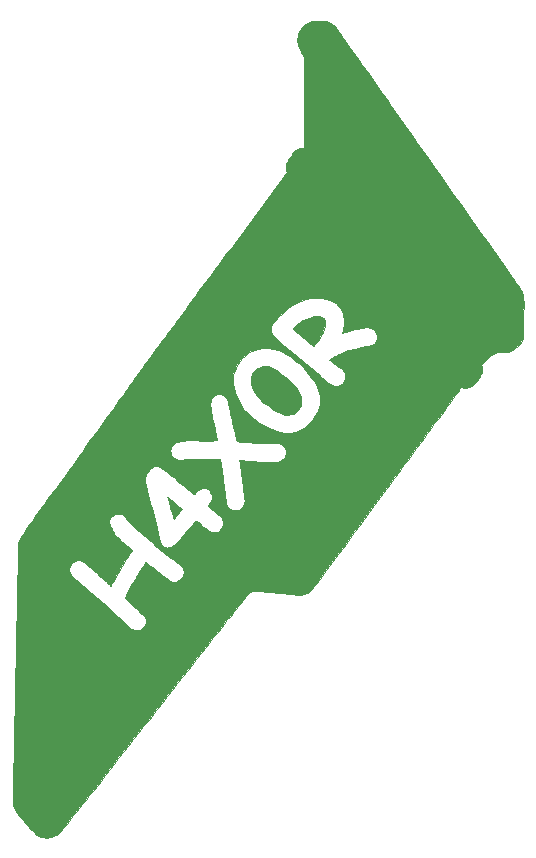
<source format=gbr>
%TF.GenerationSoftware,KiCad,Pcbnew,(7.0.0)*%
%TF.CreationDate,2023-05-30T19:58:02-04:00*%
%TF.ProjectId,DC31H4X0R,44433331-4834-4583-9052-2e6b69636164,rev?*%
%TF.SameCoordinates,Original*%
%TF.FileFunction,Soldermask,Top*%
%TF.FilePolarity,Negative*%
%FSLAX46Y46*%
G04 Gerber Fmt 4.6, Leading zero omitted, Abs format (unit mm)*
G04 Created by KiCad (PCBNEW (7.0.0)) date 2023-05-30 19:58:02*
%MOMM*%
%LPD*%
G01*
G04 APERTURE LIST*
%ADD10C,0.010000*%
G04 APERTURE END LIST*
%TO.C,G\u002A\u002A\u002A*%
G36*
X58871826Y-36534485D02*
G01*
X59054460Y-36579061D01*
X59155236Y-36621788D01*
X59217725Y-36660152D01*
X59262084Y-36706632D01*
X59292961Y-36770198D01*
X59315006Y-36859819D01*
X59329662Y-36958325D01*
X59342202Y-37168097D01*
X59325636Y-37377699D01*
X59278665Y-37591214D01*
X59199991Y-37812727D01*
X59088318Y-38046322D01*
X58942346Y-38296081D01*
X58868219Y-38410200D01*
X58801814Y-38506680D01*
X58727500Y-38609672D01*
X58650003Y-38713173D01*
X58574047Y-38811179D01*
X58504357Y-38897685D01*
X58445660Y-38966688D01*
X58402679Y-39012185D01*
X58382127Y-39027859D01*
X58362246Y-39016027D01*
X58312971Y-38979491D01*
X58237373Y-38920718D01*
X58138522Y-38842173D01*
X58019489Y-38746320D01*
X57883346Y-38635626D01*
X57733163Y-38512555D01*
X57572011Y-38379574D01*
X57493127Y-38314161D01*
X57328005Y-38176748D01*
X57172898Y-38047128D01*
X57030834Y-37927871D01*
X56904843Y-37821546D01*
X56797955Y-37730721D01*
X56713198Y-37657965D01*
X56653603Y-37605848D01*
X56622199Y-37576938D01*
X56618046Y-37572118D01*
X56628843Y-37546208D01*
X56666788Y-37498497D01*
X56726394Y-37434149D01*
X56802177Y-37358330D01*
X56888652Y-37276205D01*
X56980332Y-37192938D01*
X57071734Y-37113697D01*
X57157370Y-37043644D01*
X57231757Y-36987947D01*
X57255370Y-36971986D01*
X57488219Y-36835499D01*
X57728590Y-36722169D01*
X57971584Y-36632900D01*
X58212303Y-36568594D01*
X58445849Y-36530154D01*
X58667322Y-36518483D01*
X58871826Y-36534485D01*
G37*
D10*
X58871826Y-36534485D02*
X59054460Y-36579061D01*
X59155236Y-36621788D01*
X59217725Y-36660152D01*
X59262084Y-36706632D01*
X59292961Y-36770198D01*
X59315006Y-36859819D01*
X59329662Y-36958325D01*
X59342202Y-37168097D01*
X59325636Y-37377699D01*
X59278665Y-37591214D01*
X59199991Y-37812727D01*
X59088318Y-38046322D01*
X58942346Y-38296081D01*
X58868219Y-38410200D01*
X58801814Y-38506680D01*
X58727500Y-38609672D01*
X58650003Y-38713173D01*
X58574047Y-38811179D01*
X58504357Y-38897685D01*
X58445660Y-38966688D01*
X58402679Y-39012185D01*
X58382127Y-39027859D01*
X58362246Y-39016027D01*
X58312971Y-38979491D01*
X58237373Y-38920718D01*
X58138522Y-38842173D01*
X58019489Y-38746320D01*
X57883346Y-38635626D01*
X57733163Y-38512555D01*
X57572011Y-38379574D01*
X57493127Y-38314161D01*
X57328005Y-38176748D01*
X57172898Y-38047128D01*
X57030834Y-37927871D01*
X56904843Y-37821546D01*
X56797955Y-37730721D01*
X56713198Y-37657965D01*
X56653603Y-37605848D01*
X56622199Y-37576938D01*
X56618046Y-37572118D01*
X56628843Y-37546208D01*
X56666788Y-37498497D01*
X56726394Y-37434149D01*
X56802177Y-37358330D01*
X56888652Y-37276205D01*
X56980332Y-37192938D01*
X57071734Y-37113697D01*
X57157370Y-37043644D01*
X57231757Y-36987947D01*
X57255370Y-36971986D01*
X57488219Y-36835499D01*
X57728590Y-36722169D01*
X57971584Y-36632900D01*
X58212303Y-36568594D01*
X58445849Y-36530154D01*
X58667322Y-36518483D01*
X58871826Y-36534485D01*
G36*
X54515690Y-40767825D02*
G01*
X54753583Y-40841518D01*
X55006285Y-40954283D01*
X55240254Y-41085135D01*
X55433766Y-41211535D01*
X55644164Y-41364525D01*
X55862859Y-41536884D01*
X56081260Y-41721392D01*
X56290775Y-41910831D01*
X56482815Y-42097980D01*
X56624985Y-42248855D01*
X56845907Y-42511567D01*
X57026383Y-42763053D01*
X57166578Y-43004026D01*
X57266661Y-43235203D01*
X57326797Y-43457297D01*
X57347155Y-43671024D01*
X57327901Y-43877099D01*
X57269202Y-44076237D01*
X57171225Y-44269153D01*
X57116247Y-44351508D01*
X56965974Y-44529487D01*
X56798306Y-44668939D01*
X56613801Y-44769673D01*
X56413020Y-44831499D01*
X56196521Y-44854229D01*
X55964862Y-44837671D01*
X55791104Y-44801862D01*
X55581420Y-44733619D01*
X55350342Y-44632287D01*
X55100725Y-44499478D01*
X54835421Y-44336807D01*
X54557283Y-44145885D01*
X54328967Y-43975068D01*
X54040734Y-43736958D01*
X53793012Y-43499818D01*
X53584120Y-43261130D01*
X53412378Y-43018378D01*
X53276107Y-42769046D01*
X53173628Y-42510618D01*
X53103259Y-42240577D01*
X53080123Y-42104178D01*
X53070098Y-41886572D01*
X53100056Y-41671180D01*
X53167780Y-41463590D01*
X53271056Y-41269395D01*
X53407666Y-41094184D01*
X53524111Y-40984016D01*
X53698351Y-40862960D01*
X53883937Y-40780772D01*
X54081560Y-40737493D01*
X54291914Y-40733164D01*
X54515690Y-40767825D01*
G37*
X54515690Y-40767825D02*
X54753583Y-40841518D01*
X55006285Y-40954283D01*
X55240254Y-41085135D01*
X55433766Y-41211535D01*
X55644164Y-41364525D01*
X55862859Y-41536884D01*
X56081260Y-41721392D01*
X56290775Y-41910831D01*
X56482815Y-42097980D01*
X56624985Y-42248855D01*
X56845907Y-42511567D01*
X57026383Y-42763053D01*
X57166578Y-43004026D01*
X57266661Y-43235203D01*
X57326797Y-43457297D01*
X57347155Y-43671024D01*
X57327901Y-43877099D01*
X57269202Y-44076237D01*
X57171225Y-44269153D01*
X57116247Y-44351508D01*
X56965974Y-44529487D01*
X56798306Y-44668939D01*
X56613801Y-44769673D01*
X56413020Y-44831499D01*
X56196521Y-44854229D01*
X55964862Y-44837671D01*
X55791104Y-44801862D01*
X55581420Y-44733619D01*
X55350342Y-44632287D01*
X55100725Y-44499478D01*
X54835421Y-44336807D01*
X54557283Y-44145885D01*
X54328967Y-43975068D01*
X54040734Y-43736958D01*
X53793012Y-43499818D01*
X53584120Y-43261130D01*
X53412378Y-43018378D01*
X53276107Y-42769046D01*
X53173628Y-42510618D01*
X53103259Y-42240577D01*
X53080123Y-42104178D01*
X53070098Y-41886572D01*
X53100056Y-41671180D01*
X53167780Y-41463590D01*
X53271056Y-41269395D01*
X53407666Y-41094184D01*
X53524111Y-40984016D01*
X53698351Y-40862960D01*
X53883937Y-40780772D01*
X54081560Y-40737493D01*
X54291914Y-40733164D01*
X54515690Y-40767825D01*
G36*
X46012961Y-51816992D02*
G01*
X46058436Y-51851675D01*
X46127573Y-51906377D01*
X46216003Y-51977491D01*
X46319352Y-52061406D01*
X46433251Y-52154515D01*
X46553326Y-52253207D01*
X46675208Y-52353873D01*
X46794523Y-52452905D01*
X46906901Y-52546693D01*
X47007970Y-52631628D01*
X47093359Y-52704101D01*
X47158695Y-52760502D01*
X47199609Y-52797223D01*
X47211893Y-52810187D01*
X47200229Y-52829053D01*
X47165724Y-52874951D01*
X47112781Y-52942509D01*
X47045803Y-53026357D01*
X46969192Y-53121125D01*
X46887352Y-53221442D01*
X46804685Y-53321937D01*
X46725595Y-53417240D01*
X46654483Y-53501980D01*
X46595754Y-53570786D01*
X46553809Y-53618288D01*
X46533052Y-53639115D01*
X46531925Y-53639617D01*
X46522368Y-53621493D01*
X46506999Y-53576378D01*
X46502200Y-53560242D01*
X46491306Y-53522960D01*
X46469827Y-53449878D01*
X46439178Y-53345793D01*
X46400773Y-53215504D01*
X46356026Y-53063806D01*
X46306351Y-52895497D01*
X46253164Y-52715375D01*
X46233160Y-52647654D01*
X46180305Y-52467857D01*
X46131747Y-52300975D01*
X46088698Y-52151303D01*
X46052370Y-52023136D01*
X46023977Y-51920767D01*
X46004730Y-51848492D01*
X45995841Y-51810606D01*
X45995522Y-51805940D01*
X46012961Y-51816992D01*
G37*
X46012961Y-51816992D02*
X46058436Y-51851675D01*
X46127573Y-51906377D01*
X46216003Y-51977491D01*
X46319352Y-52061406D01*
X46433251Y-52154515D01*
X46553326Y-52253207D01*
X46675208Y-52353873D01*
X46794523Y-52452905D01*
X46906901Y-52546693D01*
X47007970Y-52631628D01*
X47093359Y-52704101D01*
X47158695Y-52760502D01*
X47199609Y-52797223D01*
X47211893Y-52810187D01*
X47200229Y-52829053D01*
X47165724Y-52874951D01*
X47112781Y-52942509D01*
X47045803Y-53026357D01*
X46969192Y-53121125D01*
X46887352Y-53221442D01*
X46804685Y-53321937D01*
X46725595Y-53417240D01*
X46654483Y-53501980D01*
X46595754Y-53570786D01*
X46553809Y-53618288D01*
X46533052Y-53639115D01*
X46531925Y-53639617D01*
X46522368Y-53621493D01*
X46506999Y-53576378D01*
X46502200Y-53560242D01*
X46491306Y-53522960D01*
X46469827Y-53449878D01*
X46439178Y-53345793D01*
X46400773Y-53215504D01*
X46356026Y-53063806D01*
X46306351Y-52895497D01*
X46253164Y-52715375D01*
X46233160Y-52647654D01*
X46180305Y-52467857D01*
X46131747Y-52300975D01*
X46088698Y-52151303D01*
X46052370Y-52023136D01*
X46023977Y-51920767D01*
X46004730Y-51848492D01*
X45995841Y-51810606D01*
X45995522Y-51805940D01*
X46012961Y-51816992D01*
G36*
X46285884Y-37581317D02*
G01*
X54755520Y-37581317D01*
X54767637Y-37731547D01*
X54799688Y-37874212D01*
X54813857Y-37915307D01*
X54830174Y-37957197D01*
X54847130Y-37996449D01*
X54866659Y-38034865D01*
X54890693Y-38074249D01*
X54921166Y-38116402D01*
X54960011Y-38163127D01*
X55009161Y-38216227D01*
X55070549Y-38277504D01*
X55146108Y-38348761D01*
X55237771Y-38431800D01*
X55347471Y-38528424D01*
X55477142Y-38640435D01*
X55628716Y-38769636D01*
X55804126Y-38917830D01*
X56005307Y-39086818D01*
X56234190Y-39278404D01*
X56492709Y-39494390D01*
X56632306Y-39610944D01*
X56876712Y-39815090D01*
X57125149Y-40022795D01*
X57373945Y-40230980D01*
X57619432Y-40436566D01*
X57857940Y-40636476D01*
X58085798Y-40827630D01*
X58299337Y-41006949D01*
X58494886Y-41171355D01*
X58668776Y-41317769D01*
X58817337Y-41443112D01*
X58932650Y-41540703D01*
X59125856Y-41704585D01*
X59289496Y-41843347D01*
X59426316Y-41959222D01*
X59539058Y-42054445D01*
X59630466Y-42131249D01*
X59703286Y-42191869D01*
X59760259Y-42238539D01*
X59804130Y-42273492D01*
X59837644Y-42298962D01*
X59863543Y-42317184D01*
X59884572Y-42330391D01*
X59903474Y-42340818D01*
X59922993Y-42350698D01*
X59934759Y-42356594D01*
X60096247Y-42415112D01*
X60265623Y-42433241D01*
X60438071Y-42410974D01*
X60589477Y-42357526D01*
X60740553Y-42266308D01*
X60866347Y-42147591D01*
X60964212Y-42007528D01*
X61031503Y-41852271D01*
X61065573Y-41687973D01*
X61063776Y-41520787D01*
X61023467Y-41356865D01*
X61021752Y-41352367D01*
X60998453Y-41297008D01*
X60971214Y-41245543D01*
X60936486Y-41194516D01*
X60890721Y-41140472D01*
X60830372Y-41079955D01*
X60751889Y-41009512D01*
X60651725Y-40925686D01*
X60526332Y-40825023D01*
X60372161Y-40704068D01*
X60291921Y-40641687D01*
X60156474Y-40536297D01*
X60032043Y-40438935D01*
X59922503Y-40352673D01*
X59831726Y-40280585D01*
X59763588Y-40225745D01*
X59721961Y-40191225D01*
X59710342Y-40180284D01*
X59725077Y-40162863D01*
X59771930Y-40129587D01*
X59845256Y-40083735D01*
X59939410Y-40028587D01*
X60048748Y-39967422D01*
X60167624Y-39903519D01*
X60290395Y-39840157D01*
X60329650Y-39820498D01*
X60815984Y-39599329D01*
X61317827Y-39411871D01*
X61839205Y-39256897D01*
X62384141Y-39133183D01*
X62837900Y-39056164D01*
X63044389Y-39018965D01*
X63214486Y-38971520D01*
X63353515Y-38910778D01*
X63466803Y-38833685D01*
X63559674Y-38737186D01*
X63637454Y-38618230D01*
X63653048Y-38588783D01*
X63714607Y-38426148D01*
X63738092Y-38260494D01*
X63726151Y-38097176D01*
X63681429Y-37941546D01*
X63606573Y-37798959D01*
X63504229Y-37674768D01*
X63377043Y-37574328D01*
X63227663Y-37502992D01*
X63100800Y-37471518D01*
X62964688Y-37460699D01*
X62794651Y-37464394D01*
X62596165Y-37481639D01*
X62374708Y-37511466D01*
X62135755Y-37552911D01*
X61884784Y-37605006D01*
X61627270Y-37666787D01*
X61368691Y-37737287D01*
X61114522Y-37815540D01*
X61073600Y-37829059D01*
X60976887Y-37860958D01*
X60894997Y-37887259D01*
X60836131Y-37905380D01*
X60808488Y-37912737D01*
X60807854Y-37912784D01*
X60806085Y-37893809D01*
X60813583Y-37842863D01*
X60828841Y-37768915D01*
X60840008Y-37721633D01*
X60886457Y-37507373D01*
X60915538Y-37306100D01*
X60928943Y-37100731D01*
X60928367Y-36874181D01*
X60927306Y-36840918D01*
X60916712Y-36653142D01*
X60897451Y-36495062D01*
X60866678Y-36354442D01*
X60821553Y-36219046D01*
X60759231Y-36076638D01*
X60741140Y-36039534D01*
X60608299Y-35818136D01*
X60439206Y-35614211D01*
X60237442Y-35430899D01*
X60006590Y-35271343D01*
X59750231Y-35138681D01*
X59680061Y-35109070D01*
X59396428Y-35017109D01*
X59092252Y-34961222D01*
X58768952Y-34941295D01*
X58427947Y-34957212D01*
X58070657Y-35008855D01*
X57698501Y-35096111D01*
X57312897Y-35218862D01*
X57038234Y-35324813D01*
X56868281Y-35397813D01*
X56713477Y-35471366D01*
X56569201Y-35548944D01*
X56430837Y-35634021D01*
X56293766Y-35730068D01*
X56153370Y-35840559D01*
X56005031Y-35968966D01*
X55844131Y-36118761D01*
X55666052Y-36293416D01*
X55466175Y-36496405D01*
X55428450Y-36535267D01*
X55282745Y-36686125D01*
X55163657Y-36810949D01*
X55067950Y-36913720D01*
X54992388Y-36998418D01*
X54933735Y-37069026D01*
X54888754Y-37129524D01*
X54854211Y-37183893D01*
X54826869Y-37236115D01*
X54803493Y-37290170D01*
X54793121Y-37316904D01*
X54763845Y-37438208D01*
X54755520Y-37581317D01*
X46285884Y-37581317D01*
X46412675Y-37410508D01*
X46605194Y-37151029D01*
X46815703Y-36867196D01*
X47043177Y-36560392D01*
X47286590Y-36232001D01*
X47544917Y-35883407D01*
X47817133Y-35515993D01*
X48102212Y-35131144D01*
X48399130Y-34730243D01*
X48706861Y-34314673D01*
X49024379Y-33885818D01*
X49350661Y-33445063D01*
X49684679Y-32993791D01*
X50025410Y-32533385D01*
X50371827Y-32065230D01*
X50722906Y-31590708D01*
X51077621Y-31111205D01*
X51258060Y-30867261D01*
X56132670Y-24276823D01*
X56073897Y-24157428D01*
X56025616Y-24019959D01*
X56003099Y-23865599D01*
X56007633Y-23711286D01*
X56031502Y-23599561D01*
X56057553Y-23540034D01*
X56104768Y-23453355D01*
X56168742Y-23346110D01*
X56245066Y-23224884D01*
X56329336Y-23096265D01*
X56417145Y-22966837D01*
X56504086Y-22843187D01*
X56585754Y-22731900D01*
X56657740Y-22639563D01*
X56715640Y-22572760D01*
X56724727Y-22563456D01*
X56865163Y-22447517D01*
X57009296Y-22362373D01*
X57098617Y-22320608D01*
X57170547Y-22295258D01*
X57243851Y-22281559D01*
X57337298Y-22274745D01*
X57357869Y-22273876D01*
X57542285Y-22266552D01*
X57553590Y-22199793D01*
X57555654Y-22166630D01*
X57557573Y-22094134D01*
X57559348Y-21984924D01*
X57560979Y-21841619D01*
X57562466Y-21666836D01*
X57563812Y-21463195D01*
X57565016Y-21233314D01*
X57566080Y-20979810D01*
X57567004Y-20705303D01*
X57567789Y-20412412D01*
X57568436Y-20103754D01*
X57568946Y-19781948D01*
X57569320Y-19449612D01*
X57569558Y-19109366D01*
X57569661Y-18763827D01*
X57569630Y-18415613D01*
X57569467Y-18067344D01*
X57569170Y-17721638D01*
X57568743Y-17381113D01*
X57568185Y-17048388D01*
X57567497Y-16726081D01*
X57566680Y-16416811D01*
X57565735Y-16123195D01*
X57564663Y-15847854D01*
X57563464Y-15593404D01*
X57562140Y-15362465D01*
X57560690Y-15157655D01*
X57559117Y-14981592D01*
X57557421Y-14836895D01*
X57555602Y-14726182D01*
X57553662Y-14652072D01*
X57551601Y-14617184D01*
X57551199Y-14615215D01*
X57535596Y-14577514D01*
X57503919Y-14508267D01*
X57459148Y-14413730D01*
X57404268Y-14300158D01*
X57342259Y-14173807D01*
X57303954Y-14096632D01*
X57213830Y-13913035D01*
X57142455Y-13759488D01*
X57087892Y-13629103D01*
X57048205Y-13514996D01*
X57021457Y-13410278D01*
X57005712Y-13308064D01*
X56999033Y-13201468D01*
X56999484Y-13083603D01*
X57001641Y-13021567D01*
X57013751Y-12850128D01*
X57036788Y-12705379D01*
X57074493Y-12572292D01*
X57130605Y-12435840D01*
X57164952Y-12365174D01*
X57293796Y-12155911D01*
X57456161Y-11968316D01*
X57647170Y-11806231D01*
X57861946Y-11673498D01*
X58095614Y-11573959D01*
X58213657Y-11538945D01*
X58279524Y-11523786D01*
X58346762Y-11512640D01*
X58423396Y-11504937D01*
X58517455Y-11500107D01*
X58636965Y-11497581D01*
X58789953Y-11496789D01*
X58807652Y-11496784D01*
X59000923Y-11498507D01*
X59159812Y-11504376D01*
X59292154Y-11515436D01*
X59405786Y-11532735D01*
X59508546Y-11557318D01*
X59608271Y-11590233D01*
X59660922Y-11610743D01*
X59801404Y-11676235D01*
X59930442Y-11755717D01*
X60053511Y-11854144D01*
X60176090Y-11976472D01*
X60303655Y-12127657D01*
X60441684Y-12312655D01*
X60450735Y-12325385D01*
X60474988Y-12359684D01*
X60523163Y-12427916D01*
X60594791Y-12529415D01*
X60689402Y-12663515D01*
X60806526Y-12829549D01*
X60945693Y-13026852D01*
X61106433Y-13254756D01*
X61288277Y-13512596D01*
X61490755Y-13799705D01*
X61713396Y-14115417D01*
X61955732Y-14459066D01*
X62217292Y-14829985D01*
X62497607Y-15227508D01*
X62796207Y-15650969D01*
X63112622Y-16099701D01*
X63446382Y-16573039D01*
X63797017Y-17070316D01*
X64164058Y-17590865D01*
X64547035Y-18134020D01*
X64945478Y-18699116D01*
X65358917Y-19285485D01*
X65786883Y-19892462D01*
X66228905Y-20519380D01*
X66684514Y-21165573D01*
X67153240Y-21830374D01*
X67634613Y-22513118D01*
X68128164Y-23213137D01*
X68633423Y-23929766D01*
X69149919Y-24662339D01*
X69677183Y-25410189D01*
X70214746Y-26172649D01*
X70762137Y-26949054D01*
X71318887Y-27738737D01*
X71884526Y-28541032D01*
X72458584Y-29355273D01*
X73040591Y-30180793D01*
X73630078Y-31016926D01*
X74226574Y-31863006D01*
X74829610Y-32718366D01*
X74969966Y-32917450D01*
X75149276Y-33171808D01*
X75305876Y-33394101D01*
X75441441Y-33586865D01*
X75557647Y-33752641D01*
X75656170Y-33893964D01*
X75738685Y-34013375D01*
X75806867Y-34113411D01*
X75862394Y-34196610D01*
X75906939Y-34265511D01*
X75942179Y-34322651D01*
X75969789Y-34370569D01*
X75991445Y-34411803D01*
X76008823Y-34448891D01*
X76023598Y-34484371D01*
X76037446Y-34520782D01*
X76048676Y-34551447D01*
X76068411Y-34607381D01*
X76085608Y-34661915D01*
X76100397Y-34718165D01*
X76112906Y-34779245D01*
X76123267Y-34848268D01*
X76131607Y-34928349D01*
X76138056Y-35022602D01*
X76142745Y-35134141D01*
X76145802Y-35266080D01*
X76147357Y-35421534D01*
X76147539Y-35603616D01*
X76146478Y-35815441D01*
X76144303Y-36060122D01*
X76141144Y-36340775D01*
X76137131Y-36660513D01*
X76136949Y-36674534D01*
X76116675Y-38240867D01*
X76060233Y-38410200D01*
X75957745Y-38654080D01*
X75821817Y-38875917D01*
X75655908Y-39072575D01*
X75463477Y-39240920D01*
X75247982Y-39377816D01*
X75012883Y-39480128D01*
X74821145Y-39533270D01*
X74683926Y-39553216D01*
X74525129Y-39562032D01*
X74364086Y-39559476D01*
X74220126Y-39545308D01*
X74195122Y-39541067D01*
X74049221Y-39533571D01*
X73884138Y-39560313D01*
X73704231Y-39620345D01*
X73589733Y-39672575D01*
X73537058Y-39700299D01*
X73487262Y-39730373D01*
X73435723Y-39766714D01*
X73377818Y-39813242D01*
X73308923Y-39873876D01*
X73224417Y-39952536D01*
X73119676Y-40053140D01*
X72990079Y-40179608D01*
X72979826Y-40189659D01*
X72538526Y-40622354D01*
X72593588Y-40733360D01*
X72620427Y-40793169D01*
X72636930Y-40849405D01*
X72645484Y-40915681D01*
X72648475Y-41005609D01*
X72648650Y-41047331D01*
X72647427Y-41146406D01*
X72641923Y-41217056D01*
X72629391Y-41273160D01*
X72607082Y-41328598D01*
X72583669Y-41375414D01*
X72551151Y-41429553D01*
X72497270Y-41509863D01*
X72427140Y-41609483D01*
X72345873Y-41721549D01*
X72258583Y-41839202D01*
X72170383Y-41955577D01*
X72086385Y-42063815D01*
X72011702Y-42157052D01*
X71951448Y-42228427D01*
X71932419Y-42249439D01*
X71830075Y-42339805D01*
X71701630Y-42424912D01*
X71563084Y-42495092D01*
X71466886Y-42530700D01*
X71292815Y-42562746D01*
X71113422Y-42557758D01*
X70950007Y-42518788D01*
X70860030Y-42486648D01*
X70777689Y-42596841D01*
X70760010Y-42620779D01*
X70718031Y-42677783D01*
X70652522Y-42766807D01*
X70564250Y-42886805D01*
X70453986Y-43036731D01*
X70322498Y-43215538D01*
X70170555Y-43422181D01*
X69998926Y-43655614D01*
X69808380Y-43914789D01*
X69599687Y-44198662D01*
X69373614Y-44506186D01*
X69130932Y-44836314D01*
X68872410Y-45188000D01*
X68598815Y-45560199D01*
X68310918Y-45951865D01*
X68009488Y-46361950D01*
X67695292Y-46789409D01*
X67369101Y-47233196D01*
X67031683Y-47692265D01*
X66683808Y-48165569D01*
X66326244Y-48652062D01*
X65959761Y-49150699D01*
X65585127Y-49660432D01*
X65203111Y-50180216D01*
X64814483Y-50709005D01*
X64511854Y-51120784D01*
X64001608Y-51814996D01*
X63515963Y-52475593D01*
X63054515Y-53103121D01*
X62616862Y-53698125D01*
X62202600Y-54261149D01*
X61811325Y-54792740D01*
X61442635Y-55293442D01*
X61096126Y-55763801D01*
X60771395Y-56204362D01*
X60468038Y-56615669D01*
X60185653Y-56998269D01*
X59923835Y-57352706D01*
X59682181Y-57679526D01*
X59460289Y-57979273D01*
X59257755Y-58252494D01*
X59074175Y-58499733D01*
X58909146Y-58721535D01*
X58762266Y-58918446D01*
X58633130Y-59091011D01*
X58521335Y-59239775D01*
X58426478Y-59365283D01*
X58348156Y-59468081D01*
X58285965Y-59548713D01*
X58239502Y-59607726D01*
X58208364Y-59645663D01*
X58193872Y-59661534D01*
X57997733Y-59819422D01*
X57781224Y-59943991D01*
X57550234Y-60032831D01*
X57310653Y-60083535D01*
X57133777Y-60095083D01*
X57089942Y-60093076D01*
X57007455Y-60087148D01*
X56889783Y-60077614D01*
X56740395Y-60064788D01*
X56562759Y-60048985D01*
X56360343Y-60030519D01*
X56136615Y-60009704D01*
X55895043Y-59986856D01*
X55639097Y-59962287D01*
X55372242Y-59936314D01*
X55249943Y-59924293D01*
X54873605Y-59887509D01*
X54539006Y-59855486D01*
X54245824Y-59828197D01*
X53993735Y-59805613D01*
X53782418Y-59787708D01*
X53611549Y-59774454D01*
X53480806Y-59765824D01*
X53389867Y-59761789D01*
X53344650Y-59761898D01*
X53168425Y-59788112D01*
X53012282Y-59849318D01*
X52868996Y-59948648D01*
X52827748Y-59986053D01*
X52808804Y-60008279D01*
X52764444Y-60062882D01*
X52695395Y-60148939D01*
X52602383Y-60265530D01*
X52486134Y-60411732D01*
X52347375Y-60586624D01*
X52186831Y-60789285D01*
X52005230Y-61018793D01*
X51803298Y-61274227D01*
X51581760Y-61554666D01*
X51341344Y-61859188D01*
X51082774Y-62186872D01*
X50806779Y-62536795D01*
X50514083Y-62908038D01*
X50205414Y-63299678D01*
X49881497Y-63710793D01*
X49543059Y-64140463D01*
X49190826Y-64587767D01*
X48825525Y-65051781D01*
X48447881Y-65531586D01*
X48058621Y-66026260D01*
X47658472Y-66534881D01*
X47248159Y-67056528D01*
X46828409Y-67590280D01*
X46399948Y-68135214D01*
X45963503Y-68690410D01*
X45519799Y-69254946D01*
X45069564Y-69827901D01*
X44866682Y-70086117D01*
X44413853Y-70662443D01*
X43967282Y-71230742D01*
X43527694Y-71790092D01*
X43095815Y-72339575D01*
X42672367Y-72878268D01*
X42258075Y-73405252D01*
X41853665Y-73919607D01*
X41459861Y-74420411D01*
X41077387Y-74906744D01*
X40706967Y-75377687D01*
X40349327Y-75832318D01*
X40005190Y-76269718D01*
X39675282Y-76688965D01*
X39360326Y-77089139D01*
X39061048Y-77469320D01*
X38778171Y-77828588D01*
X38512421Y-78166021D01*
X38264522Y-78480700D01*
X38035198Y-78771705D01*
X37825174Y-79038114D01*
X37635174Y-79279007D01*
X37465924Y-79493464D01*
X37318147Y-79680565D01*
X37192567Y-79839388D01*
X37089911Y-79969015D01*
X37010901Y-80068523D01*
X36956263Y-80136993D01*
X36926721Y-80173504D01*
X36921806Y-80179264D01*
X36752167Y-80330715D01*
X36554704Y-80460283D01*
X36341245Y-80560916D01*
X36207243Y-80605356D01*
X36099077Y-80626735D01*
X35963041Y-80640935D01*
X35812066Y-80647807D01*
X35659079Y-80647204D01*
X35517009Y-80638977D01*
X35398787Y-80622979D01*
X35363567Y-80615031D01*
X35235036Y-80571491D01*
X35091552Y-80506884D01*
X34948846Y-80429304D01*
X34822653Y-80346845D01*
X34782528Y-80316098D01*
X34743887Y-80280069D01*
X34680924Y-80215501D01*
X34596857Y-80126005D01*
X34494901Y-80015194D01*
X34378275Y-79886679D01*
X34250196Y-79744073D01*
X34113880Y-79590988D01*
X33972545Y-79431035D01*
X33829408Y-79267826D01*
X33687685Y-79104974D01*
X33550595Y-78946091D01*
X33421354Y-78794788D01*
X33309970Y-78662788D01*
X33162250Y-78466242D01*
X33051142Y-78270904D01*
X32972064Y-78068226D01*
X32950740Y-77992544D01*
X32934104Y-77919347D01*
X32922276Y-77844387D01*
X32914527Y-77758441D01*
X32910134Y-77652286D01*
X32908367Y-77516699D01*
X32908234Y-77452939D01*
X32908678Y-77406437D01*
X32909990Y-77319617D01*
X32912136Y-77194037D01*
X32915084Y-77031257D01*
X32918802Y-76832834D01*
X32923255Y-76600327D01*
X32928412Y-76335295D01*
X32934240Y-76039296D01*
X32940706Y-75713889D01*
X32947777Y-75360632D01*
X32955420Y-74981084D01*
X32963604Y-74576803D01*
X32972294Y-74149348D01*
X32981459Y-73700278D01*
X32991065Y-73231151D01*
X33001080Y-72743525D01*
X33011471Y-72238959D01*
X33022206Y-71719012D01*
X33033250Y-71185243D01*
X33044573Y-70639208D01*
X33056141Y-70082469D01*
X33067921Y-69516582D01*
X33079881Y-68943106D01*
X33091987Y-68363600D01*
X33104207Y-67779623D01*
X33116509Y-67192733D01*
X33128859Y-66604488D01*
X33141225Y-66016448D01*
X33153575Y-65430170D01*
X33165874Y-64847213D01*
X33178091Y-64269136D01*
X33190193Y-63697497D01*
X33202147Y-63133855D01*
X33213920Y-62579768D01*
X33225479Y-62036795D01*
X33236793Y-61506495D01*
X33247828Y-60990425D01*
X33258550Y-60490145D01*
X33268929Y-60007213D01*
X33278930Y-59543188D01*
X33288521Y-59099628D01*
X33297670Y-58678092D01*
X33306343Y-58280138D01*
X33313398Y-57957976D01*
X37675015Y-57957976D01*
X37682504Y-58037285D01*
X37689868Y-58081455D01*
X37712619Y-58181987D01*
X37745169Y-58270381D01*
X37792317Y-58353399D01*
X37858867Y-58437802D01*
X37949620Y-58530352D01*
X38069376Y-58637810D01*
X38109063Y-58671748D01*
X38183081Y-58734824D01*
X38284184Y-58821372D01*
X38407451Y-58927160D01*
X38547959Y-59047954D01*
X38700787Y-59179521D01*
X38861011Y-59317628D01*
X39023710Y-59458042D01*
X39108899Y-59531635D01*
X39286130Y-59684646D01*
X39476373Y-59848615D01*
X39672335Y-60017275D01*
X39866723Y-60184358D01*
X40052243Y-60343595D01*
X40221604Y-60488719D01*
X40367510Y-60613462D01*
X40389587Y-60632302D01*
X40549615Y-60769118D01*
X40691574Y-60891325D01*
X40820230Y-61003295D01*
X40940354Y-61109400D01*
X41056711Y-61214013D01*
X41174071Y-61321504D01*
X41297201Y-61436247D01*
X41430869Y-61562613D01*
X41579843Y-61704974D01*
X41748891Y-61867702D01*
X41942781Y-62055169D01*
X41969060Y-62080616D01*
X42199315Y-62302158D01*
X42403905Y-62495958D01*
X42582256Y-62661496D01*
X42733792Y-62798251D01*
X42857937Y-62905703D01*
X42954116Y-62983333D01*
X43014873Y-63026381D01*
X43128609Y-63081928D01*
X43255872Y-63110699D01*
X43407990Y-63115233D01*
X43410823Y-63115116D01*
X43514930Y-63106600D01*
X43599322Y-63087565D01*
X43686326Y-63052467D01*
X43711068Y-63040549D01*
X43854681Y-62948073D01*
X43981379Y-62823844D01*
X44081539Y-62677811D01*
X44103011Y-62635450D01*
X44131063Y-62568385D01*
X44147751Y-62504633D01*
X44155813Y-62428910D01*
X44157984Y-62328534D01*
X44156419Y-62229606D01*
X44149389Y-62157755D01*
X44134005Y-62097806D01*
X44107380Y-62034580D01*
X44098595Y-62016413D01*
X44080418Y-61980978D01*
X44060669Y-61947849D01*
X44035878Y-61913484D01*
X44002574Y-61874341D01*
X43957288Y-61826878D01*
X43896549Y-61767552D01*
X43816888Y-61692819D01*
X43714834Y-61599139D01*
X43586918Y-61482969D01*
X43491567Y-61396709D01*
X43403265Y-61316057D01*
X43300908Y-61221194D01*
X43188442Y-61115908D01*
X43069811Y-61003983D01*
X42948959Y-60889205D01*
X42829829Y-60775361D01*
X42716368Y-60666237D01*
X42612518Y-60565618D01*
X42522225Y-60477291D01*
X42449432Y-60405041D01*
X42398084Y-60352655D01*
X42372125Y-60323918D01*
X42369734Y-60319908D01*
X42379798Y-60297786D01*
X42408469Y-60242924D01*
X42453467Y-60159406D01*
X42512510Y-60051314D01*
X42583317Y-59922728D01*
X42663606Y-59777731D01*
X42751096Y-59620406D01*
X42843506Y-59454834D01*
X42938554Y-59285097D01*
X43033960Y-59115276D01*
X43127442Y-58949455D01*
X43216718Y-58791715D01*
X43299508Y-58646138D01*
X43373529Y-58516806D01*
X43436502Y-58407801D01*
X43477013Y-58338617D01*
X43531177Y-58248707D01*
X43597080Y-58142111D01*
X43671239Y-58024179D01*
X43750173Y-57900262D01*
X43830400Y-57775713D01*
X43908439Y-57655882D01*
X43980808Y-57546121D01*
X44044026Y-57451780D01*
X44094611Y-57378212D01*
X44129081Y-57330768D01*
X44142909Y-57315094D01*
X44163392Y-57324833D01*
X44210904Y-57357647D01*
X44279998Y-57409458D01*
X44365226Y-57476189D01*
X44454650Y-57548439D01*
X44554325Y-57629133D01*
X44679315Y-57728809D01*
X44821218Y-57840855D01*
X44971631Y-57958657D01*
X45122149Y-58075604D01*
X45237817Y-58164733D01*
X45376601Y-58271501D01*
X45516999Y-58380038D01*
X45651849Y-58484767D01*
X45773988Y-58580115D01*
X45876256Y-58660507D01*
X45946900Y-58716678D01*
X46067059Y-58810980D01*
X46164033Y-58880408D01*
X46245931Y-58928597D01*
X46320861Y-58959184D01*
X46396931Y-58975805D01*
X46482251Y-58982095D01*
X46539567Y-58982440D01*
X46693354Y-58972520D01*
X46821768Y-58942479D01*
X46936698Y-58887222D01*
X47050034Y-58801656D01*
X47123659Y-58732209D01*
X47232270Y-58610692D01*
X47306315Y-58493874D01*
X47350588Y-58370870D01*
X47369885Y-58230798D01*
X47371676Y-58169284D01*
X47368512Y-58069403D01*
X47354777Y-57989624D01*
X47326056Y-57908163D01*
X47312472Y-57877054D01*
X47279227Y-57812926D01*
X47235962Y-57749141D01*
X47179045Y-57682355D01*
X47104844Y-57609224D01*
X47009726Y-57526404D01*
X46890060Y-57430553D01*
X46742213Y-57318327D01*
X46562552Y-57186382D01*
X46560695Y-57185034D01*
X46328815Y-57016449D01*
X46126432Y-56868590D01*
X45948667Y-56737480D01*
X45790641Y-56619139D01*
X45647474Y-56509589D01*
X45514286Y-56404850D01*
X45386199Y-56300944D01*
X45258332Y-56193892D01*
X45125808Y-56079715D01*
X44983745Y-55954435D01*
X44827265Y-55814073D01*
X44651489Y-55654649D01*
X44451538Y-55472186D01*
X44380567Y-55407291D01*
X44236330Y-55275741D01*
X44088913Y-55141972D01*
X43944466Y-55011516D01*
X43809137Y-54889905D01*
X43689078Y-54782671D01*
X43590436Y-54695347D01*
X43545273Y-54655839D01*
X43366537Y-54497974D01*
X43190399Y-54337584D01*
X43021475Y-54179173D01*
X42864381Y-54027244D01*
X42723734Y-53886299D01*
X42604150Y-53760844D01*
X42510244Y-53655380D01*
X42472754Y-53609502D01*
X42354917Y-53468762D01*
X42246776Y-53363330D01*
X42141633Y-53289486D01*
X42032787Y-53243510D01*
X41913538Y-53221681D01*
X41777188Y-53220280D01*
X41772285Y-53220541D01*
X41598252Y-53245451D01*
X41448111Y-53301711D01*
X41313983Y-53392695D01*
X41264857Y-53437781D01*
X41185885Y-53523556D01*
X41134004Y-53603744D01*
X41104093Y-53691321D01*
X41091032Y-53799262D01*
X41089150Y-53883034D01*
X41092071Y-53986981D01*
X41102653Y-54080063D01*
X41123626Y-54171664D01*
X41157718Y-54271165D01*
X41207660Y-54387948D01*
X41276179Y-54531396D01*
X41280025Y-54539200D01*
X41332883Y-54643175D01*
X41384939Y-54737154D01*
X41439595Y-54824986D01*
X41500253Y-54910521D01*
X41570315Y-54997609D01*
X41653181Y-55090097D01*
X41752256Y-55191837D01*
X41870939Y-55306676D01*
X42012633Y-55438466D01*
X42180740Y-55591054D01*
X42319716Y-55715665D01*
X42460129Y-55841908D01*
X42590094Y-55960225D01*
X42706312Y-56067507D01*
X42805488Y-56160641D01*
X42884323Y-56236517D01*
X42939522Y-56292025D01*
X42967787Y-56324053D01*
X42970837Y-56330027D01*
X42958452Y-56357298D01*
X42925742Y-56412195D01*
X42877020Y-56487921D01*
X42816598Y-56577676D01*
X42782908Y-56626316D01*
X42667813Y-56794967D01*
X42546725Y-56980544D01*
X42417741Y-57186222D01*
X42278954Y-57415176D01*
X42128458Y-57670579D01*
X41964348Y-57955607D01*
X41784718Y-58273433D01*
X41660650Y-58495663D01*
X41564567Y-58667866D01*
X41474472Y-58828145D01*
X41392488Y-58972808D01*
X41320739Y-59098164D01*
X41261348Y-59200521D01*
X41216438Y-59276188D01*
X41188132Y-59321473D01*
X41178831Y-59333348D01*
X41159241Y-59319361D01*
X41114318Y-59280358D01*
X41049040Y-59220879D01*
X40968381Y-59145463D01*
X40877321Y-59058648D01*
X40871444Y-59052992D01*
X40782786Y-58969167D01*
X40668590Y-58863596D01*
X40535379Y-58742175D01*
X40389676Y-58610800D01*
X40238006Y-58475368D01*
X40086890Y-58341775D01*
X40010840Y-58275117D01*
X39782680Y-58075648D01*
X39584082Y-57902008D01*
X39412519Y-57752412D01*
X39265461Y-57625080D01*
X39140380Y-57518229D01*
X39034748Y-57430077D01*
X38946037Y-57358841D01*
X38871718Y-57302739D01*
X38809264Y-57259989D01*
X38756145Y-57228809D01*
X38709834Y-57207417D01*
X38667801Y-57194030D01*
X38627520Y-57186866D01*
X38586461Y-57184142D01*
X38542096Y-57184077D01*
X38491897Y-57184889D01*
X38464484Y-57185066D01*
X38362879Y-57186236D01*
X38290793Y-57191297D01*
X38235439Y-57202578D01*
X38184032Y-57222409D01*
X38140932Y-57244000D01*
X37978274Y-57351524D01*
X37848533Y-57484715D01*
X37753137Y-57641784D01*
X37699255Y-57796224D01*
X37680343Y-57885379D01*
X37675015Y-57957976D01*
X33313398Y-57957976D01*
X33314508Y-57907324D01*
X33322132Y-57561210D01*
X33329183Y-57243354D01*
X33335626Y-56955314D01*
X33341431Y-56698649D01*
X33346564Y-56474918D01*
X33350992Y-56285679D01*
X33354683Y-56132490D01*
X33357603Y-56016911D01*
X33359721Y-55940499D01*
X33361003Y-55904813D01*
X33361024Y-55904450D01*
X33380635Y-55720732D01*
X33418673Y-55555746D01*
X33480129Y-55391082D01*
X33527454Y-55290502D01*
X33547049Y-55257005D01*
X33584957Y-55198490D01*
X33641567Y-55114412D01*
X33717267Y-55004227D01*
X33812445Y-54867388D01*
X33927490Y-54703350D01*
X34062789Y-54511569D01*
X34218731Y-54291499D01*
X34395704Y-54042596D01*
X34594095Y-53764313D01*
X34814293Y-53456105D01*
X35056687Y-53117428D01*
X35321664Y-52747737D01*
X35609613Y-52346485D01*
X35920921Y-51913128D01*
X36255976Y-51447122D01*
X36615168Y-50947919D01*
X36970838Y-50453918D01*
X37049779Y-50344302D01*
X44101228Y-50344302D01*
X44105390Y-50433221D01*
X44117315Y-50534529D01*
X44137688Y-50653361D01*
X44167195Y-50794850D01*
X44206519Y-50964130D01*
X44256346Y-51166336D01*
X44286622Y-51286153D01*
X44371963Y-51620693D01*
X44464063Y-51979474D01*
X44560474Y-52353077D01*
X44658748Y-52732081D01*
X44756438Y-53107065D01*
X44851094Y-53468608D01*
X44940270Y-53807291D01*
X45016460Y-54094700D01*
X45075029Y-54323154D01*
X45127508Y-54544458D01*
X45171757Y-54749012D01*
X45205642Y-54927213D01*
X45216638Y-54994284D01*
X45253041Y-55211703D01*
X45290466Y-55392232D01*
X45330875Y-55541306D01*
X45376234Y-55664356D01*
X45428506Y-55766816D01*
X45489655Y-55854120D01*
X45552200Y-55922558D01*
X45618438Y-55980061D01*
X45689901Y-56031052D01*
X45724753Y-56051088D01*
X45833232Y-56085155D01*
X45962329Y-56093872D01*
X46098794Y-56077284D01*
X46194814Y-56049459D01*
X46285118Y-56012496D01*
X46373412Y-55968435D01*
X46462236Y-55914850D01*
X46554133Y-55849314D01*
X46651644Y-55769401D01*
X46757309Y-55672684D01*
X46873672Y-55556738D01*
X47003272Y-55419136D01*
X47148652Y-55257452D01*
X47312352Y-55069260D01*
X47496915Y-54852133D01*
X47688045Y-54623867D01*
X47817802Y-54468183D01*
X47940221Y-54321525D01*
X48052445Y-54187300D01*
X48151616Y-54068916D01*
X48234878Y-53969779D01*
X48299373Y-53893297D01*
X48342244Y-53842878D01*
X48360013Y-53822561D01*
X48371871Y-53812257D01*
X48386072Y-53808184D01*
X48406339Y-53812939D01*
X48436397Y-53829119D01*
X48479967Y-53859321D01*
X48540774Y-53906141D01*
X48622541Y-53972176D01*
X48728992Y-54060022D01*
X48863849Y-54172277D01*
X48875982Y-54182395D01*
X49045574Y-54322820D01*
X49187795Y-54438020D01*
X49306882Y-54530936D01*
X49407070Y-54604504D01*
X49492594Y-54661664D01*
X49567691Y-54705354D01*
X49636596Y-54738512D01*
X49703546Y-54764079D01*
X49724101Y-54770776D01*
X49865432Y-54798526D01*
X50016214Y-54799824D01*
X50160323Y-54775569D01*
X50254317Y-54741155D01*
X50355199Y-54677458D01*
X50459979Y-54586148D01*
X50557172Y-54479053D01*
X50635294Y-54368002D01*
X50659012Y-54324345D01*
X50711856Y-54171607D01*
X50728349Y-54010786D01*
X50709385Y-53850963D01*
X50655861Y-53701218D01*
X50586876Y-53592402D01*
X50540503Y-53541114D01*
X50465968Y-53468685D01*
X50362280Y-53374238D01*
X50228448Y-53256895D01*
X50063481Y-53115779D01*
X49866387Y-52950013D01*
X49779983Y-52877980D01*
X49675307Y-52790595D01*
X49582514Y-52712543D01*
X49506241Y-52647772D01*
X49451121Y-52600228D01*
X49421791Y-52573861D01*
X49418234Y-52569901D01*
X49429388Y-52550625D01*
X49459695Y-52503627D01*
X49504422Y-52436134D01*
X49554552Y-52361693D01*
X49668198Y-52170992D01*
X49741691Y-51992768D01*
X49775041Y-51826131D01*
X49768261Y-51670185D01*
X49721364Y-51524037D01*
X49634362Y-51386796D01*
X49568777Y-51314145D01*
X49490617Y-51244961D01*
X49401628Y-51179014D01*
X49322499Y-51131367D01*
X49244671Y-51096063D01*
X49176246Y-51076688D01*
X49097457Y-51068853D01*
X49036390Y-51067867D01*
X48948809Y-51069846D01*
X48885840Y-51078876D01*
X48829829Y-51099590D01*
X48763124Y-51136626D01*
X48754285Y-51141950D01*
X48689751Y-51186391D01*
X48606231Y-51251619D01*
X48514820Y-51328634D01*
X48431856Y-51403504D01*
X48349162Y-51480219D01*
X48290888Y-51531279D01*
X48251141Y-51560577D01*
X48224023Y-51572004D01*
X48203639Y-51569452D01*
X48191369Y-51562254D01*
X48169108Y-51544527D01*
X48116819Y-51501806D01*
X48037015Y-51436170D01*
X47932211Y-51349701D01*
X47804921Y-51244480D01*
X47657659Y-51122586D01*
X47492941Y-50986100D01*
X47313279Y-50837103D01*
X47121189Y-50677675D01*
X46919185Y-50509897D01*
X46826489Y-50432867D01*
X46606830Y-50250752D01*
X46397468Y-50078052D01*
X46200830Y-49916724D01*
X46019341Y-49768722D01*
X45855429Y-49636002D01*
X45711521Y-49520520D01*
X45590042Y-49424232D01*
X45493419Y-49349092D01*
X45424078Y-49297057D01*
X45384447Y-49270081D01*
X45381954Y-49268700D01*
X45316217Y-49236601D01*
X45258926Y-49217510D01*
X45194518Y-49208161D01*
X45107432Y-49205289D01*
X45079298Y-49205200D01*
X44984903Y-49206800D01*
X44915229Y-49214320D01*
X44852702Y-49231837D01*
X44779750Y-49263430D01*
X44735458Y-49284995D01*
X44583083Y-49381716D01*
X44441952Y-49512169D01*
X44318240Y-49668057D01*
X44218122Y-49841083D01*
X44147773Y-50022949D01*
X44128474Y-50100534D01*
X44113455Y-50183092D01*
X44104145Y-50262637D01*
X44101228Y-50344302D01*
X37049779Y-50344302D01*
X37292078Y-50007852D01*
X37625034Y-49545507D01*
X37967506Y-49069934D01*
X38317299Y-48584187D01*
X38672212Y-48091319D01*
X38807493Y-47903450D01*
X46255827Y-47903450D01*
X46269702Y-48074962D01*
X46311459Y-48221538D01*
X46384712Y-48352929D01*
X46453993Y-48438178D01*
X46585822Y-48555626D01*
X46732181Y-48634337D01*
X46895121Y-48674982D01*
X47076692Y-48678231D01*
X47158524Y-48668678D01*
X47313811Y-48646565D01*
X47457413Y-48629912D01*
X47597895Y-48618362D01*
X47743825Y-48611558D01*
X47903769Y-48609144D01*
X48086293Y-48610762D01*
X48299963Y-48616056D01*
X48369371Y-48618241D01*
X48549620Y-48622980D01*
X48759999Y-48626617D01*
X48988316Y-48629060D01*
X49222380Y-48630217D01*
X49449999Y-48629996D01*
X49658982Y-48628305D01*
X49674679Y-48628102D01*
X49902840Y-48625724D01*
X50089320Y-48625269D01*
X50234728Y-48626745D01*
X50339674Y-48630164D01*
X50404765Y-48635535D01*
X50428334Y-48641126D01*
X50460862Y-48676826D01*
X50480511Y-48745651D01*
X50483302Y-48765102D01*
X50488982Y-48806991D01*
X50500060Y-48885969D01*
X50515849Y-48997233D01*
X50535661Y-49135980D01*
X50558809Y-49297405D01*
X50584606Y-49476705D01*
X50612366Y-49669076D01*
X50632526Y-49808450D01*
X50666327Y-50045192D01*
X50702518Y-50304523D01*
X50739654Y-50575710D01*
X50776291Y-50848020D01*
X50810986Y-51110719D01*
X50842293Y-51353072D01*
X50868770Y-51564347D01*
X50868885Y-51565284D01*
X50901143Y-51821586D01*
X50930138Y-52038094D01*
X50955793Y-52214316D01*
X50978035Y-52349761D01*
X50996788Y-52443938D01*
X51009959Y-52491254D01*
X51077687Y-52619607D01*
X51178115Y-52738670D01*
X51301615Y-52839953D01*
X51438562Y-52914965D01*
X51523055Y-52943798D01*
X51620692Y-52956735D01*
X51740326Y-52954528D01*
X51865131Y-52938908D01*
X51978280Y-52911604D01*
X52030853Y-52891593D01*
X52110068Y-52851342D01*
X52186092Y-52806322D01*
X52222603Y-52781095D01*
X52325909Y-52679970D01*
X52414320Y-52550791D01*
X52481538Y-52406225D01*
X52521268Y-52258941D01*
X52529371Y-52163910D01*
X52526253Y-52104784D01*
X52517433Y-52006802D01*
X52503299Y-51873000D01*
X52484239Y-51706416D01*
X52460641Y-51510087D01*
X52432892Y-51287048D01*
X52401380Y-51040338D01*
X52366492Y-50772993D01*
X52328617Y-50488050D01*
X52288141Y-50188545D01*
X52245453Y-49877517D01*
X52200939Y-49558000D01*
X52157492Y-49250612D01*
X52137424Y-49106446D01*
X52120209Y-48976538D01*
X52106536Y-48866629D01*
X52097097Y-48782462D01*
X52092580Y-48729778D01*
X52093006Y-48714122D01*
X52117706Y-48711496D01*
X52179412Y-48712329D01*
X52272971Y-48716252D01*
X52393230Y-48722895D01*
X52535035Y-48731891D01*
X52693233Y-48742870D01*
X52862671Y-48755463D01*
X53038194Y-48769300D01*
X53214650Y-48784014D01*
X53386885Y-48799234D01*
X53549746Y-48814592D01*
X53678866Y-48827681D01*
X53988856Y-48856380D01*
X54281542Y-48875580D01*
X54552645Y-48885245D01*
X54797887Y-48885341D01*
X55012992Y-48875831D01*
X55193680Y-48856681D01*
X55282084Y-48840917D01*
X55486580Y-48783781D01*
X55654840Y-48707354D01*
X55788779Y-48610689D01*
X55829103Y-48570602D01*
X55905023Y-48480008D01*
X55957305Y-48393842D01*
X55989872Y-48300719D01*
X56006646Y-48189252D01*
X56011551Y-48048056D01*
X56011555Y-48041034D01*
X56010328Y-47932065D01*
X56005622Y-47854039D01*
X55995743Y-47795601D01*
X55978998Y-47745398D01*
X55961934Y-47708371D01*
X55862868Y-47554264D01*
X55734028Y-47429433D01*
X55603542Y-47348603D01*
X55462246Y-47279034D01*
X54657448Y-47264781D01*
X54452391Y-47260429D01*
X54239515Y-47254613D01*
X54027620Y-47247663D01*
X53825504Y-47239910D01*
X53641967Y-47231682D01*
X53485808Y-47223311D01*
X53397567Y-47217547D01*
X53229864Y-47205524D01*
X53035611Y-47191813D01*
X52830496Y-47177507D01*
X52630212Y-47163700D01*
X52450447Y-47151487D01*
X52445067Y-47151125D01*
X52302017Y-47141268D01*
X52171262Y-47131801D01*
X52059336Y-47123237D01*
X51972776Y-47116083D01*
X51918118Y-47110850D01*
X51903576Y-47108889D01*
X51888293Y-47102145D01*
X51874101Y-47085073D01*
X51859446Y-47052631D01*
X51842772Y-46999773D01*
X51822521Y-46921456D01*
X51797140Y-46812633D01*
X51765070Y-46668262D01*
X51758712Y-46639230D01*
X51725200Y-46489678D01*
X51683789Y-46310689D01*
X51637229Y-46113799D01*
X51588267Y-45910542D01*
X51539654Y-45712454D01*
X51502626Y-45564534D01*
X51429165Y-45269224D01*
X51366053Y-45003869D01*
X51311048Y-44758008D01*
X51261905Y-44521177D01*
X51216384Y-44282915D01*
X51172241Y-44032760D01*
X51164598Y-43987617D01*
X51135785Y-43832283D01*
X51105746Y-43699048D01*
X51076276Y-43595298D01*
X51056471Y-43543117D01*
X50973822Y-43406758D01*
X50860641Y-43285415D01*
X50728652Y-43191502D01*
X50719984Y-43186793D01*
X50667256Y-43160884D01*
X50618438Y-43144340D01*
X50561604Y-43135108D01*
X50484824Y-43131138D01*
X50391900Y-43130367D01*
X50286487Y-43131543D01*
X50210274Y-43136556D01*
X50150157Y-43147634D01*
X50093032Y-43167005D01*
X50040314Y-43190140D01*
X49926809Y-43256656D01*
X49821030Y-43344038D01*
X49734285Y-43441528D01*
X49680310Y-43532534D01*
X49660182Y-43604901D01*
X49645242Y-43710225D01*
X49635843Y-43839404D01*
X49632337Y-43983337D01*
X49635077Y-44132925D01*
X49644415Y-44279067D01*
X49649462Y-44329108D01*
X49671731Y-44504551D01*
X49701381Y-44697671D01*
X49739135Y-44912141D01*
X49785713Y-45151634D01*
X49841839Y-45419824D01*
X49908234Y-45720384D01*
X49985619Y-46056986D01*
X50006630Y-46146617D01*
X50213259Y-47025034D01*
X49630538Y-47035617D01*
X49438279Y-47037914D01*
X49224103Y-47038461D01*
X49002449Y-47037351D01*
X48787759Y-47034681D01*
X48594471Y-47030547D01*
X48518650Y-47028245D01*
X48192455Y-47019919D01*
X47904216Y-47018737D01*
X47650095Y-47025125D01*
X47426250Y-47039509D01*
X47228843Y-47062316D01*
X47054033Y-47093973D01*
X46897979Y-47134906D01*
X46756843Y-47185542D01*
X46646378Y-47236205D01*
X46537741Y-47309724D01*
X46434298Y-47413293D01*
X46346931Y-47535011D01*
X46310587Y-47603410D01*
X46281185Y-47674187D01*
X46264305Y-47739849D01*
X46256916Y-47817009D01*
X46255827Y-47903450D01*
X38807493Y-47903450D01*
X39030048Y-47594381D01*
X39388610Y-47096428D01*
X39745699Y-46600511D01*
X40099116Y-46109684D01*
X40446665Y-45626998D01*
X40786146Y-45155507D01*
X41115362Y-44698263D01*
X41432115Y-44258319D01*
X41734207Y-43838728D01*
X42019439Y-43442543D01*
X42285613Y-43072815D01*
X42530532Y-42732598D01*
X42663214Y-42548284D01*
X42913506Y-42200798D01*
X43064406Y-41991551D01*
X51545019Y-41991551D01*
X51551888Y-42188735D01*
X51568460Y-42376237D01*
X51594592Y-42541367D01*
X51596036Y-42548284D01*
X51702796Y-42953040D01*
X51848524Y-43341527D01*
X52033270Y-43713819D01*
X52257084Y-44069994D01*
X52520013Y-44410126D01*
X52822107Y-44734290D01*
X53163415Y-45042564D01*
X53264158Y-45124564D01*
X53664097Y-45425703D01*
X54056110Y-45685703D01*
X54440894Y-45904870D01*
X54819150Y-46083510D01*
X55191576Y-46221930D01*
X55558873Y-46320436D01*
X55921738Y-46379333D01*
X56170400Y-46397056D01*
X56236228Y-46396099D01*
X56327338Y-46390723D01*
X56427037Y-46381990D01*
X56456150Y-46378872D01*
X56773246Y-46323322D01*
X57072938Y-46229480D01*
X57357536Y-46096516D01*
X57527213Y-45994203D01*
X57778985Y-45807232D01*
X58015155Y-45589614D01*
X58231897Y-45346962D01*
X58425383Y-45084886D01*
X58591785Y-44808997D01*
X58727277Y-44524908D01*
X58828031Y-44238230D01*
X58881407Y-44008784D01*
X58906046Y-43785351D01*
X58907234Y-43539889D01*
X58886140Y-43284805D01*
X58843936Y-43032506D01*
X58781791Y-42795398D01*
X58761125Y-42733837D01*
X58633852Y-42426998D01*
X58467210Y-42112536D01*
X58262970Y-41792807D01*
X58022903Y-41470165D01*
X57748780Y-41146964D01*
X57442374Y-40825559D01*
X57105456Y-40508304D01*
X57048817Y-40458069D01*
X56741975Y-40199196D01*
X56449168Y-39975825D01*
X56165791Y-39785451D01*
X55887240Y-39625568D01*
X55608909Y-39493669D01*
X55326193Y-39387250D01*
X55034489Y-39303804D01*
X54854549Y-39263982D01*
X54681472Y-39237371D01*
X54486770Y-39220595D01*
X54282235Y-39213674D01*
X54079655Y-39216633D01*
X53890822Y-39229491D01*
X53727526Y-39252273D01*
X53682060Y-39261785D01*
X53374778Y-39354199D01*
X53081408Y-39484527D01*
X52804738Y-39649839D01*
X52547553Y-39847202D01*
X52312639Y-40073686D01*
X52102783Y-40326361D01*
X51920772Y-40602295D01*
X51769390Y-40898557D01*
X51651425Y-41212216D01*
X51584033Y-41468784D01*
X51560950Y-41618887D01*
X51547993Y-41797373D01*
X51545019Y-41991551D01*
X43064406Y-41991551D01*
X43164008Y-41853437D01*
X43412998Y-41508571D01*
X43658753Y-41168569D01*
X43899553Y-40835800D01*
X44133676Y-40512635D01*
X44359400Y-40201443D01*
X44575004Y-39904593D01*
X44778766Y-39624456D01*
X44968964Y-39363400D01*
X45143876Y-39123796D01*
X45301782Y-38908013D01*
X45440958Y-38718422D01*
X45559685Y-38557390D01*
X45656240Y-38427289D01*
X45692759Y-38378450D01*
X45755809Y-38294156D01*
X45843000Y-38177205D01*
X45953308Y-38028981D01*
X46085706Y-37850868D01*
X46239170Y-37644249D01*
X46285884Y-37581317D01*
G37*
X46285884Y-37581317D02*
X54755520Y-37581317D01*
X54767637Y-37731547D01*
X54799688Y-37874212D01*
X54813857Y-37915307D01*
X54830174Y-37957197D01*
X54847130Y-37996449D01*
X54866659Y-38034865D01*
X54890693Y-38074249D01*
X54921166Y-38116402D01*
X54960011Y-38163127D01*
X55009161Y-38216227D01*
X55070549Y-38277504D01*
X55146108Y-38348761D01*
X55237771Y-38431800D01*
X55347471Y-38528424D01*
X55477142Y-38640435D01*
X55628716Y-38769636D01*
X55804126Y-38917830D01*
X56005307Y-39086818D01*
X56234190Y-39278404D01*
X56492709Y-39494390D01*
X56632306Y-39610944D01*
X56876712Y-39815090D01*
X57125149Y-40022795D01*
X57373945Y-40230980D01*
X57619432Y-40436566D01*
X57857940Y-40636476D01*
X58085798Y-40827630D01*
X58299337Y-41006949D01*
X58494886Y-41171355D01*
X58668776Y-41317769D01*
X58817337Y-41443112D01*
X58932650Y-41540703D01*
X59125856Y-41704585D01*
X59289496Y-41843347D01*
X59426316Y-41959222D01*
X59539058Y-42054445D01*
X59630466Y-42131249D01*
X59703286Y-42191869D01*
X59760259Y-42238539D01*
X59804130Y-42273492D01*
X59837644Y-42298962D01*
X59863543Y-42317184D01*
X59884572Y-42330391D01*
X59903474Y-42340818D01*
X59922993Y-42350698D01*
X59934759Y-42356594D01*
X60096247Y-42415112D01*
X60265623Y-42433241D01*
X60438071Y-42410974D01*
X60589477Y-42357526D01*
X60740553Y-42266308D01*
X60866347Y-42147591D01*
X60964212Y-42007528D01*
X61031503Y-41852271D01*
X61065573Y-41687973D01*
X61063776Y-41520787D01*
X61023467Y-41356865D01*
X61021752Y-41352367D01*
X60998453Y-41297008D01*
X60971214Y-41245543D01*
X60936486Y-41194516D01*
X60890721Y-41140472D01*
X60830372Y-41079955D01*
X60751889Y-41009512D01*
X60651725Y-40925686D01*
X60526332Y-40825023D01*
X60372161Y-40704068D01*
X60291921Y-40641687D01*
X60156474Y-40536297D01*
X60032043Y-40438935D01*
X59922503Y-40352673D01*
X59831726Y-40280585D01*
X59763588Y-40225745D01*
X59721961Y-40191225D01*
X59710342Y-40180284D01*
X59725077Y-40162863D01*
X59771930Y-40129587D01*
X59845256Y-40083735D01*
X59939410Y-40028587D01*
X60048748Y-39967422D01*
X60167624Y-39903519D01*
X60290395Y-39840157D01*
X60329650Y-39820498D01*
X60815984Y-39599329D01*
X61317827Y-39411871D01*
X61839205Y-39256897D01*
X62384141Y-39133183D01*
X62837900Y-39056164D01*
X63044389Y-39018965D01*
X63214486Y-38971520D01*
X63353515Y-38910778D01*
X63466803Y-38833685D01*
X63559674Y-38737186D01*
X63637454Y-38618230D01*
X63653048Y-38588783D01*
X63714607Y-38426148D01*
X63738092Y-38260494D01*
X63726151Y-38097176D01*
X63681429Y-37941546D01*
X63606573Y-37798959D01*
X63504229Y-37674768D01*
X63377043Y-37574328D01*
X63227663Y-37502992D01*
X63100800Y-37471518D01*
X62964688Y-37460699D01*
X62794651Y-37464394D01*
X62596165Y-37481639D01*
X62374708Y-37511466D01*
X62135755Y-37552911D01*
X61884784Y-37605006D01*
X61627270Y-37666787D01*
X61368691Y-37737287D01*
X61114522Y-37815540D01*
X61073600Y-37829059D01*
X60976887Y-37860958D01*
X60894997Y-37887259D01*
X60836131Y-37905380D01*
X60808488Y-37912737D01*
X60807854Y-37912784D01*
X60806085Y-37893809D01*
X60813583Y-37842863D01*
X60828841Y-37768915D01*
X60840008Y-37721633D01*
X60886457Y-37507373D01*
X60915538Y-37306100D01*
X60928943Y-37100731D01*
X60928367Y-36874181D01*
X60927306Y-36840918D01*
X60916712Y-36653142D01*
X60897451Y-36495062D01*
X60866678Y-36354442D01*
X60821553Y-36219046D01*
X60759231Y-36076638D01*
X60741140Y-36039534D01*
X60608299Y-35818136D01*
X60439206Y-35614211D01*
X60237442Y-35430899D01*
X60006590Y-35271343D01*
X59750231Y-35138681D01*
X59680061Y-35109070D01*
X59396428Y-35017109D01*
X59092252Y-34961222D01*
X58768952Y-34941295D01*
X58427947Y-34957212D01*
X58070657Y-35008855D01*
X57698501Y-35096111D01*
X57312897Y-35218862D01*
X57038234Y-35324813D01*
X56868281Y-35397813D01*
X56713477Y-35471366D01*
X56569201Y-35548944D01*
X56430837Y-35634021D01*
X56293766Y-35730068D01*
X56153370Y-35840559D01*
X56005031Y-35968966D01*
X55844131Y-36118761D01*
X55666052Y-36293416D01*
X55466175Y-36496405D01*
X55428450Y-36535267D01*
X55282745Y-36686125D01*
X55163657Y-36810949D01*
X55067950Y-36913720D01*
X54992388Y-36998418D01*
X54933735Y-37069026D01*
X54888754Y-37129524D01*
X54854211Y-37183893D01*
X54826869Y-37236115D01*
X54803493Y-37290170D01*
X54793121Y-37316904D01*
X54763845Y-37438208D01*
X54755520Y-37581317D01*
X46285884Y-37581317D01*
X46412675Y-37410508D01*
X46605194Y-37151029D01*
X46815703Y-36867196D01*
X47043177Y-36560392D01*
X47286590Y-36232001D01*
X47544917Y-35883407D01*
X47817133Y-35515993D01*
X48102212Y-35131144D01*
X48399130Y-34730243D01*
X48706861Y-34314673D01*
X49024379Y-33885818D01*
X49350661Y-33445063D01*
X49684679Y-32993791D01*
X50025410Y-32533385D01*
X50371827Y-32065230D01*
X50722906Y-31590708D01*
X51077621Y-31111205D01*
X51258060Y-30867261D01*
X56132670Y-24276823D01*
X56073897Y-24157428D01*
X56025616Y-24019959D01*
X56003099Y-23865599D01*
X56007633Y-23711286D01*
X56031502Y-23599561D01*
X56057553Y-23540034D01*
X56104768Y-23453355D01*
X56168742Y-23346110D01*
X56245066Y-23224884D01*
X56329336Y-23096265D01*
X56417145Y-22966837D01*
X56504086Y-22843187D01*
X56585754Y-22731900D01*
X56657740Y-22639563D01*
X56715640Y-22572760D01*
X56724727Y-22563456D01*
X56865163Y-22447517D01*
X57009296Y-22362373D01*
X57098617Y-22320608D01*
X57170547Y-22295258D01*
X57243851Y-22281559D01*
X57337298Y-22274745D01*
X57357869Y-22273876D01*
X57542285Y-22266552D01*
X57553590Y-22199793D01*
X57555654Y-22166630D01*
X57557573Y-22094134D01*
X57559348Y-21984924D01*
X57560979Y-21841619D01*
X57562466Y-21666836D01*
X57563812Y-21463195D01*
X57565016Y-21233314D01*
X57566080Y-20979810D01*
X57567004Y-20705303D01*
X57567789Y-20412412D01*
X57568436Y-20103754D01*
X57568946Y-19781948D01*
X57569320Y-19449612D01*
X57569558Y-19109366D01*
X57569661Y-18763827D01*
X57569630Y-18415613D01*
X57569467Y-18067344D01*
X57569170Y-17721638D01*
X57568743Y-17381113D01*
X57568185Y-17048388D01*
X57567497Y-16726081D01*
X57566680Y-16416811D01*
X57565735Y-16123195D01*
X57564663Y-15847854D01*
X57563464Y-15593404D01*
X57562140Y-15362465D01*
X57560690Y-15157655D01*
X57559117Y-14981592D01*
X57557421Y-14836895D01*
X57555602Y-14726182D01*
X57553662Y-14652072D01*
X57551601Y-14617184D01*
X57551199Y-14615215D01*
X57535596Y-14577514D01*
X57503919Y-14508267D01*
X57459148Y-14413730D01*
X57404268Y-14300158D01*
X57342259Y-14173807D01*
X57303954Y-14096632D01*
X57213830Y-13913035D01*
X57142455Y-13759488D01*
X57087892Y-13629103D01*
X57048205Y-13514996D01*
X57021457Y-13410278D01*
X57005712Y-13308064D01*
X56999033Y-13201468D01*
X56999484Y-13083603D01*
X57001641Y-13021567D01*
X57013751Y-12850128D01*
X57036788Y-12705379D01*
X57074493Y-12572292D01*
X57130605Y-12435840D01*
X57164952Y-12365174D01*
X57293796Y-12155911D01*
X57456161Y-11968316D01*
X57647170Y-11806231D01*
X57861946Y-11673498D01*
X58095614Y-11573959D01*
X58213657Y-11538945D01*
X58279524Y-11523786D01*
X58346762Y-11512640D01*
X58423396Y-11504937D01*
X58517455Y-11500107D01*
X58636965Y-11497581D01*
X58789953Y-11496789D01*
X58807652Y-11496784D01*
X59000923Y-11498507D01*
X59159812Y-11504376D01*
X59292154Y-11515436D01*
X59405786Y-11532735D01*
X59508546Y-11557318D01*
X59608271Y-11590233D01*
X59660922Y-11610743D01*
X59801404Y-11676235D01*
X59930442Y-11755717D01*
X60053511Y-11854144D01*
X60176090Y-11976472D01*
X60303655Y-12127657D01*
X60441684Y-12312655D01*
X60450735Y-12325385D01*
X60474988Y-12359684D01*
X60523163Y-12427916D01*
X60594791Y-12529415D01*
X60689402Y-12663515D01*
X60806526Y-12829549D01*
X60945693Y-13026852D01*
X61106433Y-13254756D01*
X61288277Y-13512596D01*
X61490755Y-13799705D01*
X61713396Y-14115417D01*
X61955732Y-14459066D01*
X62217292Y-14829985D01*
X62497607Y-15227508D01*
X62796207Y-15650969D01*
X63112622Y-16099701D01*
X63446382Y-16573039D01*
X63797017Y-17070316D01*
X64164058Y-17590865D01*
X64547035Y-18134020D01*
X64945478Y-18699116D01*
X65358917Y-19285485D01*
X65786883Y-19892462D01*
X66228905Y-20519380D01*
X66684514Y-21165573D01*
X67153240Y-21830374D01*
X67634613Y-22513118D01*
X68128164Y-23213137D01*
X68633423Y-23929766D01*
X69149919Y-24662339D01*
X69677183Y-25410189D01*
X70214746Y-26172649D01*
X70762137Y-26949054D01*
X71318887Y-27738737D01*
X71884526Y-28541032D01*
X72458584Y-29355273D01*
X73040591Y-30180793D01*
X73630078Y-31016926D01*
X74226574Y-31863006D01*
X74829610Y-32718366D01*
X74969966Y-32917450D01*
X75149276Y-33171808D01*
X75305876Y-33394101D01*
X75441441Y-33586865D01*
X75557647Y-33752641D01*
X75656170Y-33893964D01*
X75738685Y-34013375D01*
X75806867Y-34113411D01*
X75862394Y-34196610D01*
X75906939Y-34265511D01*
X75942179Y-34322651D01*
X75969789Y-34370569D01*
X75991445Y-34411803D01*
X76008823Y-34448891D01*
X76023598Y-34484371D01*
X76037446Y-34520782D01*
X76048676Y-34551447D01*
X76068411Y-34607381D01*
X76085608Y-34661915D01*
X76100397Y-34718165D01*
X76112906Y-34779245D01*
X76123267Y-34848268D01*
X76131607Y-34928349D01*
X76138056Y-35022602D01*
X76142745Y-35134141D01*
X76145802Y-35266080D01*
X76147357Y-35421534D01*
X76147539Y-35603616D01*
X76146478Y-35815441D01*
X76144303Y-36060122D01*
X76141144Y-36340775D01*
X76137131Y-36660513D01*
X76136949Y-36674534D01*
X76116675Y-38240867D01*
X76060233Y-38410200D01*
X75957745Y-38654080D01*
X75821817Y-38875917D01*
X75655908Y-39072575D01*
X75463477Y-39240920D01*
X75247982Y-39377816D01*
X75012883Y-39480128D01*
X74821145Y-39533270D01*
X74683926Y-39553216D01*
X74525129Y-39562032D01*
X74364086Y-39559476D01*
X74220126Y-39545308D01*
X74195122Y-39541067D01*
X74049221Y-39533571D01*
X73884138Y-39560313D01*
X73704231Y-39620345D01*
X73589733Y-39672575D01*
X73537058Y-39700299D01*
X73487262Y-39730373D01*
X73435723Y-39766714D01*
X73377818Y-39813242D01*
X73308923Y-39873876D01*
X73224417Y-39952536D01*
X73119676Y-40053140D01*
X72990079Y-40179608D01*
X72979826Y-40189659D01*
X72538526Y-40622354D01*
X72593588Y-40733360D01*
X72620427Y-40793169D01*
X72636930Y-40849405D01*
X72645484Y-40915681D01*
X72648475Y-41005609D01*
X72648650Y-41047331D01*
X72647427Y-41146406D01*
X72641923Y-41217056D01*
X72629391Y-41273160D01*
X72607082Y-41328598D01*
X72583669Y-41375414D01*
X72551151Y-41429553D01*
X72497270Y-41509863D01*
X72427140Y-41609483D01*
X72345873Y-41721549D01*
X72258583Y-41839202D01*
X72170383Y-41955577D01*
X72086385Y-42063815D01*
X72011702Y-42157052D01*
X71951448Y-42228427D01*
X71932419Y-42249439D01*
X71830075Y-42339805D01*
X71701630Y-42424912D01*
X71563084Y-42495092D01*
X71466886Y-42530700D01*
X71292815Y-42562746D01*
X71113422Y-42557758D01*
X70950007Y-42518788D01*
X70860030Y-42486648D01*
X70777689Y-42596841D01*
X70760010Y-42620779D01*
X70718031Y-42677783D01*
X70652522Y-42766807D01*
X70564250Y-42886805D01*
X70453986Y-43036731D01*
X70322498Y-43215538D01*
X70170555Y-43422181D01*
X69998926Y-43655614D01*
X69808380Y-43914789D01*
X69599687Y-44198662D01*
X69373614Y-44506186D01*
X69130932Y-44836314D01*
X68872410Y-45188000D01*
X68598815Y-45560199D01*
X68310918Y-45951865D01*
X68009488Y-46361950D01*
X67695292Y-46789409D01*
X67369101Y-47233196D01*
X67031683Y-47692265D01*
X66683808Y-48165569D01*
X66326244Y-48652062D01*
X65959761Y-49150699D01*
X65585127Y-49660432D01*
X65203111Y-50180216D01*
X64814483Y-50709005D01*
X64511854Y-51120784D01*
X64001608Y-51814996D01*
X63515963Y-52475593D01*
X63054515Y-53103121D01*
X62616862Y-53698125D01*
X62202600Y-54261149D01*
X61811325Y-54792740D01*
X61442635Y-55293442D01*
X61096126Y-55763801D01*
X60771395Y-56204362D01*
X60468038Y-56615669D01*
X60185653Y-56998269D01*
X59923835Y-57352706D01*
X59682181Y-57679526D01*
X59460289Y-57979273D01*
X59257755Y-58252494D01*
X59074175Y-58499733D01*
X58909146Y-58721535D01*
X58762266Y-58918446D01*
X58633130Y-59091011D01*
X58521335Y-59239775D01*
X58426478Y-59365283D01*
X58348156Y-59468081D01*
X58285965Y-59548713D01*
X58239502Y-59607726D01*
X58208364Y-59645663D01*
X58193872Y-59661534D01*
X57997733Y-59819422D01*
X57781224Y-59943991D01*
X57550234Y-60032831D01*
X57310653Y-60083535D01*
X57133777Y-60095083D01*
X57089942Y-60093076D01*
X57007455Y-60087148D01*
X56889783Y-60077614D01*
X56740395Y-60064788D01*
X56562759Y-60048985D01*
X56360343Y-60030519D01*
X56136615Y-60009704D01*
X55895043Y-59986856D01*
X55639097Y-59962287D01*
X55372242Y-59936314D01*
X55249943Y-59924293D01*
X54873605Y-59887509D01*
X54539006Y-59855486D01*
X54245824Y-59828197D01*
X53993735Y-59805613D01*
X53782418Y-59787708D01*
X53611549Y-59774454D01*
X53480806Y-59765824D01*
X53389867Y-59761789D01*
X53344650Y-59761898D01*
X53168425Y-59788112D01*
X53012282Y-59849318D01*
X52868996Y-59948648D01*
X52827748Y-59986053D01*
X52808804Y-60008279D01*
X52764444Y-60062882D01*
X52695395Y-60148939D01*
X52602383Y-60265530D01*
X52486134Y-60411732D01*
X52347375Y-60586624D01*
X52186831Y-60789285D01*
X52005230Y-61018793D01*
X51803298Y-61274227D01*
X51581760Y-61554666D01*
X51341344Y-61859188D01*
X51082774Y-62186872D01*
X50806779Y-62536795D01*
X50514083Y-62908038D01*
X50205414Y-63299678D01*
X49881497Y-63710793D01*
X49543059Y-64140463D01*
X49190826Y-64587767D01*
X48825525Y-65051781D01*
X48447881Y-65531586D01*
X48058621Y-66026260D01*
X47658472Y-66534881D01*
X47248159Y-67056528D01*
X46828409Y-67590280D01*
X46399948Y-68135214D01*
X45963503Y-68690410D01*
X45519799Y-69254946D01*
X45069564Y-69827901D01*
X44866682Y-70086117D01*
X44413853Y-70662443D01*
X43967282Y-71230742D01*
X43527694Y-71790092D01*
X43095815Y-72339575D01*
X42672367Y-72878268D01*
X42258075Y-73405252D01*
X41853665Y-73919607D01*
X41459861Y-74420411D01*
X41077387Y-74906744D01*
X40706967Y-75377687D01*
X40349327Y-75832318D01*
X40005190Y-76269718D01*
X39675282Y-76688965D01*
X39360326Y-77089139D01*
X39061048Y-77469320D01*
X38778171Y-77828588D01*
X38512421Y-78166021D01*
X38264522Y-78480700D01*
X38035198Y-78771705D01*
X37825174Y-79038114D01*
X37635174Y-79279007D01*
X37465924Y-79493464D01*
X37318147Y-79680565D01*
X37192567Y-79839388D01*
X37089911Y-79969015D01*
X37010901Y-80068523D01*
X36956263Y-80136993D01*
X36926721Y-80173504D01*
X36921806Y-80179264D01*
X36752167Y-80330715D01*
X36554704Y-80460283D01*
X36341245Y-80560916D01*
X36207243Y-80605356D01*
X36099077Y-80626735D01*
X35963041Y-80640935D01*
X35812066Y-80647807D01*
X35659079Y-80647204D01*
X35517009Y-80638977D01*
X35398787Y-80622979D01*
X35363567Y-80615031D01*
X35235036Y-80571491D01*
X35091552Y-80506884D01*
X34948846Y-80429304D01*
X34822653Y-80346845D01*
X34782528Y-80316098D01*
X34743887Y-80280069D01*
X34680924Y-80215501D01*
X34596857Y-80126005D01*
X34494901Y-80015194D01*
X34378275Y-79886679D01*
X34250196Y-79744073D01*
X34113880Y-79590988D01*
X33972545Y-79431035D01*
X33829408Y-79267826D01*
X33687685Y-79104974D01*
X33550595Y-78946091D01*
X33421354Y-78794788D01*
X33309970Y-78662788D01*
X33162250Y-78466242D01*
X33051142Y-78270904D01*
X32972064Y-78068226D01*
X32950740Y-77992544D01*
X32934104Y-77919347D01*
X32922276Y-77844387D01*
X32914527Y-77758441D01*
X32910134Y-77652286D01*
X32908367Y-77516699D01*
X32908234Y-77452939D01*
X32908678Y-77406437D01*
X32909990Y-77319617D01*
X32912136Y-77194037D01*
X32915084Y-77031257D01*
X32918802Y-76832834D01*
X32923255Y-76600327D01*
X32928412Y-76335295D01*
X32934240Y-76039296D01*
X32940706Y-75713889D01*
X32947777Y-75360632D01*
X32955420Y-74981084D01*
X32963604Y-74576803D01*
X32972294Y-74149348D01*
X32981459Y-73700278D01*
X32991065Y-73231151D01*
X33001080Y-72743525D01*
X33011471Y-72238959D01*
X33022206Y-71719012D01*
X33033250Y-71185243D01*
X33044573Y-70639208D01*
X33056141Y-70082469D01*
X33067921Y-69516582D01*
X33079881Y-68943106D01*
X33091987Y-68363600D01*
X33104207Y-67779623D01*
X33116509Y-67192733D01*
X33128859Y-66604488D01*
X33141225Y-66016448D01*
X33153575Y-65430170D01*
X33165874Y-64847213D01*
X33178091Y-64269136D01*
X33190193Y-63697497D01*
X33202147Y-63133855D01*
X33213920Y-62579768D01*
X33225479Y-62036795D01*
X33236793Y-61506495D01*
X33247828Y-60990425D01*
X33258550Y-60490145D01*
X33268929Y-60007213D01*
X33278930Y-59543188D01*
X33288521Y-59099628D01*
X33297670Y-58678092D01*
X33306343Y-58280138D01*
X33313398Y-57957976D01*
X37675015Y-57957976D01*
X37682504Y-58037285D01*
X37689868Y-58081455D01*
X37712619Y-58181987D01*
X37745169Y-58270381D01*
X37792317Y-58353399D01*
X37858867Y-58437802D01*
X37949620Y-58530352D01*
X38069376Y-58637810D01*
X38109063Y-58671748D01*
X38183081Y-58734824D01*
X38284184Y-58821372D01*
X38407451Y-58927160D01*
X38547959Y-59047954D01*
X38700787Y-59179521D01*
X38861011Y-59317628D01*
X39023710Y-59458042D01*
X39108899Y-59531635D01*
X39286130Y-59684646D01*
X39476373Y-59848615D01*
X39672335Y-60017275D01*
X39866723Y-60184358D01*
X40052243Y-60343595D01*
X40221604Y-60488719D01*
X40367510Y-60613462D01*
X40389587Y-60632302D01*
X40549615Y-60769118D01*
X40691574Y-60891325D01*
X40820230Y-61003295D01*
X40940354Y-61109400D01*
X41056711Y-61214013D01*
X41174071Y-61321504D01*
X41297201Y-61436247D01*
X41430869Y-61562613D01*
X41579843Y-61704974D01*
X41748891Y-61867702D01*
X41942781Y-62055169D01*
X41969060Y-62080616D01*
X42199315Y-62302158D01*
X42403905Y-62495958D01*
X42582256Y-62661496D01*
X42733792Y-62798251D01*
X42857937Y-62905703D01*
X42954116Y-62983333D01*
X43014873Y-63026381D01*
X43128609Y-63081928D01*
X43255872Y-63110699D01*
X43407990Y-63115233D01*
X43410823Y-63115116D01*
X43514930Y-63106600D01*
X43599322Y-63087565D01*
X43686326Y-63052467D01*
X43711068Y-63040549D01*
X43854681Y-62948073D01*
X43981379Y-62823844D01*
X44081539Y-62677811D01*
X44103011Y-62635450D01*
X44131063Y-62568385D01*
X44147751Y-62504633D01*
X44155813Y-62428910D01*
X44157984Y-62328534D01*
X44156419Y-62229606D01*
X44149389Y-62157755D01*
X44134005Y-62097806D01*
X44107380Y-62034580D01*
X44098595Y-62016413D01*
X44080418Y-61980978D01*
X44060669Y-61947849D01*
X44035878Y-61913484D01*
X44002574Y-61874341D01*
X43957288Y-61826878D01*
X43896549Y-61767552D01*
X43816888Y-61692819D01*
X43714834Y-61599139D01*
X43586918Y-61482969D01*
X43491567Y-61396709D01*
X43403265Y-61316057D01*
X43300908Y-61221194D01*
X43188442Y-61115908D01*
X43069811Y-61003983D01*
X42948959Y-60889205D01*
X42829829Y-60775361D01*
X42716368Y-60666237D01*
X42612518Y-60565618D01*
X42522225Y-60477291D01*
X42449432Y-60405041D01*
X42398084Y-60352655D01*
X42372125Y-60323918D01*
X42369734Y-60319908D01*
X42379798Y-60297786D01*
X42408469Y-60242924D01*
X42453467Y-60159406D01*
X42512510Y-60051314D01*
X42583317Y-59922728D01*
X42663606Y-59777731D01*
X42751096Y-59620406D01*
X42843506Y-59454834D01*
X42938554Y-59285097D01*
X43033960Y-59115276D01*
X43127442Y-58949455D01*
X43216718Y-58791715D01*
X43299508Y-58646138D01*
X43373529Y-58516806D01*
X43436502Y-58407801D01*
X43477013Y-58338617D01*
X43531177Y-58248707D01*
X43597080Y-58142111D01*
X43671239Y-58024179D01*
X43750173Y-57900262D01*
X43830400Y-57775713D01*
X43908439Y-57655882D01*
X43980808Y-57546121D01*
X44044026Y-57451780D01*
X44094611Y-57378212D01*
X44129081Y-57330768D01*
X44142909Y-57315094D01*
X44163392Y-57324833D01*
X44210904Y-57357647D01*
X44279998Y-57409458D01*
X44365226Y-57476189D01*
X44454650Y-57548439D01*
X44554325Y-57629133D01*
X44679315Y-57728809D01*
X44821218Y-57840855D01*
X44971631Y-57958657D01*
X45122149Y-58075604D01*
X45237817Y-58164733D01*
X45376601Y-58271501D01*
X45516999Y-58380038D01*
X45651849Y-58484767D01*
X45773988Y-58580115D01*
X45876256Y-58660507D01*
X45946900Y-58716678D01*
X46067059Y-58810980D01*
X46164033Y-58880408D01*
X46245931Y-58928597D01*
X46320861Y-58959184D01*
X46396931Y-58975805D01*
X46482251Y-58982095D01*
X46539567Y-58982440D01*
X46693354Y-58972520D01*
X46821768Y-58942479D01*
X46936698Y-58887222D01*
X47050034Y-58801656D01*
X47123659Y-58732209D01*
X47232270Y-58610692D01*
X47306315Y-58493874D01*
X47350588Y-58370870D01*
X47369885Y-58230798D01*
X47371676Y-58169284D01*
X47368512Y-58069403D01*
X47354777Y-57989624D01*
X47326056Y-57908163D01*
X47312472Y-57877054D01*
X47279227Y-57812926D01*
X47235962Y-57749141D01*
X47179045Y-57682355D01*
X47104844Y-57609224D01*
X47009726Y-57526404D01*
X46890060Y-57430553D01*
X46742213Y-57318327D01*
X46562552Y-57186382D01*
X46560695Y-57185034D01*
X46328815Y-57016449D01*
X46126432Y-56868590D01*
X45948667Y-56737480D01*
X45790641Y-56619139D01*
X45647474Y-56509589D01*
X45514286Y-56404850D01*
X45386199Y-56300944D01*
X45258332Y-56193892D01*
X45125808Y-56079715D01*
X44983745Y-55954435D01*
X44827265Y-55814073D01*
X44651489Y-55654649D01*
X44451538Y-55472186D01*
X44380567Y-55407291D01*
X44236330Y-55275741D01*
X44088913Y-55141972D01*
X43944466Y-55011516D01*
X43809137Y-54889905D01*
X43689078Y-54782671D01*
X43590436Y-54695347D01*
X43545273Y-54655839D01*
X43366537Y-54497974D01*
X43190399Y-54337584D01*
X43021475Y-54179173D01*
X42864381Y-54027244D01*
X42723734Y-53886299D01*
X42604150Y-53760844D01*
X42510244Y-53655380D01*
X42472754Y-53609502D01*
X42354917Y-53468762D01*
X42246776Y-53363330D01*
X42141633Y-53289486D01*
X42032787Y-53243510D01*
X41913538Y-53221681D01*
X41777188Y-53220280D01*
X41772285Y-53220541D01*
X41598252Y-53245451D01*
X41448111Y-53301711D01*
X41313983Y-53392695D01*
X41264857Y-53437781D01*
X41185885Y-53523556D01*
X41134004Y-53603744D01*
X41104093Y-53691321D01*
X41091032Y-53799262D01*
X41089150Y-53883034D01*
X41092071Y-53986981D01*
X41102653Y-54080063D01*
X41123626Y-54171664D01*
X41157718Y-54271165D01*
X41207660Y-54387948D01*
X41276179Y-54531396D01*
X41280025Y-54539200D01*
X41332883Y-54643175D01*
X41384939Y-54737154D01*
X41439595Y-54824986D01*
X41500253Y-54910521D01*
X41570315Y-54997609D01*
X41653181Y-55090097D01*
X41752256Y-55191837D01*
X41870939Y-55306676D01*
X42012633Y-55438466D01*
X42180740Y-55591054D01*
X42319716Y-55715665D01*
X42460129Y-55841908D01*
X42590094Y-55960225D01*
X42706312Y-56067507D01*
X42805488Y-56160641D01*
X42884323Y-56236517D01*
X42939522Y-56292025D01*
X42967787Y-56324053D01*
X42970837Y-56330027D01*
X42958452Y-56357298D01*
X42925742Y-56412195D01*
X42877020Y-56487921D01*
X42816598Y-56577676D01*
X42782908Y-56626316D01*
X42667813Y-56794967D01*
X42546725Y-56980544D01*
X42417741Y-57186222D01*
X42278954Y-57415176D01*
X42128458Y-57670579D01*
X41964348Y-57955607D01*
X41784718Y-58273433D01*
X41660650Y-58495663D01*
X41564567Y-58667866D01*
X41474472Y-58828145D01*
X41392488Y-58972808D01*
X41320739Y-59098164D01*
X41261348Y-59200521D01*
X41216438Y-59276188D01*
X41188132Y-59321473D01*
X41178831Y-59333348D01*
X41159241Y-59319361D01*
X41114318Y-59280358D01*
X41049040Y-59220879D01*
X40968381Y-59145463D01*
X40877321Y-59058648D01*
X40871444Y-59052992D01*
X40782786Y-58969167D01*
X40668590Y-58863596D01*
X40535379Y-58742175D01*
X40389676Y-58610800D01*
X40238006Y-58475368D01*
X40086890Y-58341775D01*
X40010840Y-58275117D01*
X39782680Y-58075648D01*
X39584082Y-57902008D01*
X39412519Y-57752412D01*
X39265461Y-57625080D01*
X39140380Y-57518229D01*
X39034748Y-57430077D01*
X38946037Y-57358841D01*
X38871718Y-57302739D01*
X38809264Y-57259989D01*
X38756145Y-57228809D01*
X38709834Y-57207417D01*
X38667801Y-57194030D01*
X38627520Y-57186866D01*
X38586461Y-57184142D01*
X38542096Y-57184077D01*
X38491897Y-57184889D01*
X38464484Y-57185066D01*
X38362879Y-57186236D01*
X38290793Y-57191297D01*
X38235439Y-57202578D01*
X38184032Y-57222409D01*
X38140932Y-57244000D01*
X37978274Y-57351524D01*
X37848533Y-57484715D01*
X37753137Y-57641784D01*
X37699255Y-57796224D01*
X37680343Y-57885379D01*
X37675015Y-57957976D01*
X33313398Y-57957976D01*
X33314508Y-57907324D01*
X33322132Y-57561210D01*
X33329183Y-57243354D01*
X33335626Y-56955314D01*
X33341431Y-56698649D01*
X33346564Y-56474918D01*
X33350992Y-56285679D01*
X33354683Y-56132490D01*
X33357603Y-56016911D01*
X33359721Y-55940499D01*
X33361003Y-55904813D01*
X33361024Y-55904450D01*
X33380635Y-55720732D01*
X33418673Y-55555746D01*
X33480129Y-55391082D01*
X33527454Y-55290502D01*
X33547049Y-55257005D01*
X33584957Y-55198490D01*
X33641567Y-55114412D01*
X33717267Y-55004227D01*
X33812445Y-54867388D01*
X33927490Y-54703350D01*
X34062789Y-54511569D01*
X34218731Y-54291499D01*
X34395704Y-54042596D01*
X34594095Y-53764313D01*
X34814293Y-53456105D01*
X35056687Y-53117428D01*
X35321664Y-52747737D01*
X35609613Y-52346485D01*
X35920921Y-51913128D01*
X36255976Y-51447122D01*
X36615168Y-50947919D01*
X36970838Y-50453918D01*
X37049779Y-50344302D01*
X44101228Y-50344302D01*
X44105390Y-50433221D01*
X44117315Y-50534529D01*
X44137688Y-50653361D01*
X44167195Y-50794850D01*
X44206519Y-50964130D01*
X44256346Y-51166336D01*
X44286622Y-51286153D01*
X44371963Y-51620693D01*
X44464063Y-51979474D01*
X44560474Y-52353077D01*
X44658748Y-52732081D01*
X44756438Y-53107065D01*
X44851094Y-53468608D01*
X44940270Y-53807291D01*
X45016460Y-54094700D01*
X45075029Y-54323154D01*
X45127508Y-54544458D01*
X45171757Y-54749012D01*
X45205642Y-54927213D01*
X45216638Y-54994284D01*
X45253041Y-55211703D01*
X45290466Y-55392232D01*
X45330875Y-55541306D01*
X45376234Y-55664356D01*
X45428506Y-55766816D01*
X45489655Y-55854120D01*
X45552200Y-55922558D01*
X45618438Y-55980061D01*
X45689901Y-56031052D01*
X45724753Y-56051088D01*
X45833232Y-56085155D01*
X45962329Y-56093872D01*
X46098794Y-56077284D01*
X46194814Y-56049459D01*
X46285118Y-56012496D01*
X46373412Y-55968435D01*
X46462236Y-55914850D01*
X46554133Y-55849314D01*
X46651644Y-55769401D01*
X46757309Y-55672684D01*
X46873672Y-55556738D01*
X47003272Y-55419136D01*
X47148652Y-55257452D01*
X47312352Y-55069260D01*
X47496915Y-54852133D01*
X47688045Y-54623867D01*
X47817802Y-54468183D01*
X47940221Y-54321525D01*
X48052445Y-54187300D01*
X48151616Y-54068916D01*
X48234878Y-53969779D01*
X48299373Y-53893297D01*
X48342244Y-53842878D01*
X48360013Y-53822561D01*
X48371871Y-53812257D01*
X48386072Y-53808184D01*
X48406339Y-53812939D01*
X48436397Y-53829119D01*
X48479967Y-53859321D01*
X48540774Y-53906141D01*
X48622541Y-53972176D01*
X48728992Y-54060022D01*
X48863849Y-54172277D01*
X48875982Y-54182395D01*
X49045574Y-54322820D01*
X49187795Y-54438020D01*
X49306882Y-54530936D01*
X49407070Y-54604504D01*
X49492594Y-54661664D01*
X49567691Y-54705354D01*
X49636596Y-54738512D01*
X49703546Y-54764079D01*
X49724101Y-54770776D01*
X49865432Y-54798526D01*
X50016214Y-54799824D01*
X50160323Y-54775569D01*
X50254317Y-54741155D01*
X50355199Y-54677458D01*
X50459979Y-54586148D01*
X50557172Y-54479053D01*
X50635294Y-54368002D01*
X50659012Y-54324345D01*
X50711856Y-54171607D01*
X50728349Y-54010786D01*
X50709385Y-53850963D01*
X50655861Y-53701218D01*
X50586876Y-53592402D01*
X50540503Y-53541114D01*
X50465968Y-53468685D01*
X50362280Y-53374238D01*
X50228448Y-53256895D01*
X50063481Y-53115779D01*
X49866387Y-52950013D01*
X49779983Y-52877980D01*
X49675307Y-52790595D01*
X49582514Y-52712543D01*
X49506241Y-52647772D01*
X49451121Y-52600228D01*
X49421791Y-52573861D01*
X49418234Y-52569901D01*
X49429388Y-52550625D01*
X49459695Y-52503627D01*
X49504422Y-52436134D01*
X49554552Y-52361693D01*
X49668198Y-52170992D01*
X49741691Y-51992768D01*
X49775041Y-51826131D01*
X49768261Y-51670185D01*
X49721364Y-51524037D01*
X49634362Y-51386796D01*
X49568777Y-51314145D01*
X49490617Y-51244961D01*
X49401628Y-51179014D01*
X49322499Y-51131367D01*
X49244671Y-51096063D01*
X49176246Y-51076688D01*
X49097457Y-51068853D01*
X49036390Y-51067867D01*
X48948809Y-51069846D01*
X48885840Y-51078876D01*
X48829829Y-51099590D01*
X48763124Y-51136626D01*
X48754285Y-51141950D01*
X48689751Y-51186391D01*
X48606231Y-51251619D01*
X48514820Y-51328634D01*
X48431856Y-51403504D01*
X48349162Y-51480219D01*
X48290888Y-51531279D01*
X48251141Y-51560577D01*
X48224023Y-51572004D01*
X48203639Y-51569452D01*
X48191369Y-51562254D01*
X48169108Y-51544527D01*
X48116819Y-51501806D01*
X48037015Y-51436170D01*
X47932211Y-51349701D01*
X47804921Y-51244480D01*
X47657659Y-51122586D01*
X47492941Y-50986100D01*
X47313279Y-50837103D01*
X47121189Y-50677675D01*
X46919185Y-50509897D01*
X46826489Y-50432867D01*
X46606830Y-50250752D01*
X46397468Y-50078052D01*
X46200830Y-49916724D01*
X46019341Y-49768722D01*
X45855429Y-49636002D01*
X45711521Y-49520520D01*
X45590042Y-49424232D01*
X45493419Y-49349092D01*
X45424078Y-49297057D01*
X45384447Y-49270081D01*
X45381954Y-49268700D01*
X45316217Y-49236601D01*
X45258926Y-49217510D01*
X45194518Y-49208161D01*
X45107432Y-49205289D01*
X45079298Y-49205200D01*
X44984903Y-49206800D01*
X44915229Y-49214320D01*
X44852702Y-49231837D01*
X44779750Y-49263430D01*
X44735458Y-49284995D01*
X44583083Y-49381716D01*
X44441952Y-49512169D01*
X44318240Y-49668057D01*
X44218122Y-49841083D01*
X44147773Y-50022949D01*
X44128474Y-50100534D01*
X44113455Y-50183092D01*
X44104145Y-50262637D01*
X44101228Y-50344302D01*
X37049779Y-50344302D01*
X37292078Y-50007852D01*
X37625034Y-49545507D01*
X37967506Y-49069934D01*
X38317299Y-48584187D01*
X38672212Y-48091319D01*
X38807493Y-47903450D01*
X46255827Y-47903450D01*
X46269702Y-48074962D01*
X46311459Y-48221538D01*
X46384712Y-48352929D01*
X46453993Y-48438178D01*
X46585822Y-48555626D01*
X46732181Y-48634337D01*
X46895121Y-48674982D01*
X47076692Y-48678231D01*
X47158524Y-48668678D01*
X47313811Y-48646565D01*
X47457413Y-48629912D01*
X47597895Y-48618362D01*
X47743825Y-48611558D01*
X47903769Y-48609144D01*
X48086293Y-48610762D01*
X48299963Y-48616056D01*
X48369371Y-48618241D01*
X48549620Y-48622980D01*
X48759999Y-48626617D01*
X48988316Y-48629060D01*
X49222380Y-48630217D01*
X49449999Y-48629996D01*
X49658982Y-48628305D01*
X49674679Y-48628102D01*
X49902840Y-48625724D01*
X50089320Y-48625269D01*
X50234728Y-48626745D01*
X50339674Y-48630164D01*
X50404765Y-48635535D01*
X50428334Y-48641126D01*
X50460862Y-48676826D01*
X50480511Y-48745651D01*
X50483302Y-48765102D01*
X50488982Y-48806991D01*
X50500060Y-48885969D01*
X50515849Y-48997233D01*
X50535661Y-49135980D01*
X50558809Y-49297405D01*
X50584606Y-49476705D01*
X50612366Y-49669076D01*
X50632526Y-49808450D01*
X50666327Y-50045192D01*
X50702518Y-50304523D01*
X50739654Y-50575710D01*
X50776291Y-50848020D01*
X50810986Y-51110719D01*
X50842293Y-51353072D01*
X50868770Y-51564347D01*
X50868885Y-51565284D01*
X50901143Y-51821586D01*
X50930138Y-52038094D01*
X50955793Y-52214316D01*
X50978035Y-52349761D01*
X50996788Y-52443938D01*
X51009959Y-52491254D01*
X51077687Y-52619607D01*
X51178115Y-52738670D01*
X51301615Y-52839953D01*
X51438562Y-52914965D01*
X51523055Y-52943798D01*
X51620692Y-52956735D01*
X51740326Y-52954528D01*
X51865131Y-52938908D01*
X51978280Y-52911604D01*
X52030853Y-52891593D01*
X52110068Y-52851342D01*
X52186092Y-52806322D01*
X52222603Y-52781095D01*
X52325909Y-52679970D01*
X52414320Y-52550791D01*
X52481538Y-52406225D01*
X52521268Y-52258941D01*
X52529371Y-52163910D01*
X52526253Y-52104784D01*
X52517433Y-52006802D01*
X52503299Y-51873000D01*
X52484239Y-51706416D01*
X52460641Y-51510087D01*
X52432892Y-51287048D01*
X52401380Y-51040338D01*
X52366492Y-50772993D01*
X52328617Y-50488050D01*
X52288141Y-50188545D01*
X52245453Y-49877517D01*
X52200939Y-49558000D01*
X52157492Y-49250612D01*
X52137424Y-49106446D01*
X52120209Y-48976538D01*
X52106536Y-48866629D01*
X52097097Y-48782462D01*
X52092580Y-48729778D01*
X52093006Y-48714122D01*
X52117706Y-48711496D01*
X52179412Y-48712329D01*
X52272971Y-48716252D01*
X52393230Y-48722895D01*
X52535035Y-48731891D01*
X52693233Y-48742870D01*
X52862671Y-48755463D01*
X53038194Y-48769300D01*
X53214650Y-48784014D01*
X53386885Y-48799234D01*
X53549746Y-48814592D01*
X53678866Y-48827681D01*
X53988856Y-48856380D01*
X54281542Y-48875580D01*
X54552645Y-48885245D01*
X54797887Y-48885341D01*
X55012992Y-48875831D01*
X55193680Y-48856681D01*
X55282084Y-48840917D01*
X55486580Y-48783781D01*
X55654840Y-48707354D01*
X55788779Y-48610689D01*
X55829103Y-48570602D01*
X55905023Y-48480008D01*
X55957305Y-48393842D01*
X55989872Y-48300719D01*
X56006646Y-48189252D01*
X56011551Y-48048056D01*
X56011555Y-48041034D01*
X56010328Y-47932065D01*
X56005622Y-47854039D01*
X55995743Y-47795601D01*
X55978998Y-47745398D01*
X55961934Y-47708371D01*
X55862868Y-47554264D01*
X55734028Y-47429433D01*
X55603542Y-47348603D01*
X55462246Y-47279034D01*
X54657448Y-47264781D01*
X54452391Y-47260429D01*
X54239515Y-47254613D01*
X54027620Y-47247663D01*
X53825504Y-47239910D01*
X53641967Y-47231682D01*
X53485808Y-47223311D01*
X53397567Y-47217547D01*
X53229864Y-47205524D01*
X53035611Y-47191813D01*
X52830496Y-47177507D01*
X52630212Y-47163700D01*
X52450447Y-47151487D01*
X52445067Y-47151125D01*
X52302017Y-47141268D01*
X52171262Y-47131801D01*
X52059336Y-47123237D01*
X51972776Y-47116083D01*
X51918118Y-47110850D01*
X51903576Y-47108889D01*
X51888293Y-47102145D01*
X51874101Y-47085073D01*
X51859446Y-47052631D01*
X51842772Y-46999773D01*
X51822521Y-46921456D01*
X51797140Y-46812633D01*
X51765070Y-46668262D01*
X51758712Y-46639230D01*
X51725200Y-46489678D01*
X51683789Y-46310689D01*
X51637229Y-46113799D01*
X51588267Y-45910542D01*
X51539654Y-45712454D01*
X51502626Y-45564534D01*
X51429165Y-45269224D01*
X51366053Y-45003869D01*
X51311048Y-44758008D01*
X51261905Y-44521177D01*
X51216384Y-44282915D01*
X51172241Y-44032760D01*
X51164598Y-43987617D01*
X51135785Y-43832283D01*
X51105746Y-43699048D01*
X51076276Y-43595298D01*
X51056471Y-43543117D01*
X50973822Y-43406758D01*
X50860641Y-43285415D01*
X50728652Y-43191502D01*
X50719984Y-43186793D01*
X50667256Y-43160884D01*
X50618438Y-43144340D01*
X50561604Y-43135108D01*
X50484824Y-43131138D01*
X50391900Y-43130367D01*
X50286487Y-43131543D01*
X50210274Y-43136556D01*
X50150157Y-43147634D01*
X50093032Y-43167005D01*
X50040314Y-43190140D01*
X49926809Y-43256656D01*
X49821030Y-43344038D01*
X49734285Y-43441528D01*
X49680310Y-43532534D01*
X49660182Y-43604901D01*
X49645242Y-43710225D01*
X49635843Y-43839404D01*
X49632337Y-43983337D01*
X49635077Y-44132925D01*
X49644415Y-44279067D01*
X49649462Y-44329108D01*
X49671731Y-44504551D01*
X49701381Y-44697671D01*
X49739135Y-44912141D01*
X49785713Y-45151634D01*
X49841839Y-45419824D01*
X49908234Y-45720384D01*
X49985619Y-46056986D01*
X50006630Y-46146617D01*
X50213259Y-47025034D01*
X49630538Y-47035617D01*
X49438279Y-47037914D01*
X49224103Y-47038461D01*
X49002449Y-47037351D01*
X48787759Y-47034681D01*
X48594471Y-47030547D01*
X48518650Y-47028245D01*
X48192455Y-47019919D01*
X47904216Y-47018737D01*
X47650095Y-47025125D01*
X47426250Y-47039509D01*
X47228843Y-47062316D01*
X47054033Y-47093973D01*
X46897979Y-47134906D01*
X46756843Y-47185542D01*
X46646378Y-47236205D01*
X46537741Y-47309724D01*
X46434298Y-47413293D01*
X46346931Y-47535011D01*
X46310587Y-47603410D01*
X46281185Y-47674187D01*
X46264305Y-47739849D01*
X46256916Y-47817009D01*
X46255827Y-47903450D01*
X38807493Y-47903450D01*
X39030048Y-47594381D01*
X39388610Y-47096428D01*
X39745699Y-46600511D01*
X40099116Y-46109684D01*
X40446665Y-45626998D01*
X40786146Y-45155507D01*
X41115362Y-44698263D01*
X41432115Y-44258319D01*
X41734207Y-43838728D01*
X42019439Y-43442543D01*
X42285613Y-43072815D01*
X42530532Y-42732598D01*
X42663214Y-42548284D01*
X42913506Y-42200798D01*
X43064406Y-41991551D01*
X51545019Y-41991551D01*
X51551888Y-42188735D01*
X51568460Y-42376237D01*
X51594592Y-42541367D01*
X51596036Y-42548284D01*
X51702796Y-42953040D01*
X51848524Y-43341527D01*
X52033270Y-43713819D01*
X52257084Y-44069994D01*
X52520013Y-44410126D01*
X52822107Y-44734290D01*
X53163415Y-45042564D01*
X53264158Y-45124564D01*
X53664097Y-45425703D01*
X54056110Y-45685703D01*
X54440894Y-45904870D01*
X54819150Y-46083510D01*
X55191576Y-46221930D01*
X55558873Y-46320436D01*
X55921738Y-46379333D01*
X56170400Y-46397056D01*
X56236228Y-46396099D01*
X56327338Y-46390723D01*
X56427037Y-46381990D01*
X56456150Y-46378872D01*
X56773246Y-46323322D01*
X57072938Y-46229480D01*
X57357536Y-46096516D01*
X57527213Y-45994203D01*
X57778985Y-45807232D01*
X58015155Y-45589614D01*
X58231897Y-45346962D01*
X58425383Y-45084886D01*
X58591785Y-44808997D01*
X58727277Y-44524908D01*
X58828031Y-44238230D01*
X58881407Y-44008784D01*
X58906046Y-43785351D01*
X58907234Y-43539889D01*
X58886140Y-43284805D01*
X58843936Y-43032506D01*
X58781791Y-42795398D01*
X58761125Y-42733837D01*
X58633852Y-42426998D01*
X58467210Y-42112536D01*
X58262970Y-41792807D01*
X58022903Y-41470165D01*
X57748780Y-41146964D01*
X57442374Y-40825559D01*
X57105456Y-40508304D01*
X57048817Y-40458069D01*
X56741975Y-40199196D01*
X56449168Y-39975825D01*
X56165791Y-39785451D01*
X55887240Y-39625568D01*
X55608909Y-39493669D01*
X55326193Y-39387250D01*
X55034489Y-39303804D01*
X54854549Y-39263982D01*
X54681472Y-39237371D01*
X54486770Y-39220595D01*
X54282235Y-39213674D01*
X54079655Y-39216633D01*
X53890822Y-39229491D01*
X53727526Y-39252273D01*
X53682060Y-39261785D01*
X53374778Y-39354199D01*
X53081408Y-39484527D01*
X52804738Y-39649839D01*
X52547553Y-39847202D01*
X52312639Y-40073686D01*
X52102783Y-40326361D01*
X51920772Y-40602295D01*
X51769390Y-40898557D01*
X51651425Y-41212216D01*
X51584033Y-41468784D01*
X51560950Y-41618887D01*
X51547993Y-41797373D01*
X51545019Y-41991551D01*
X43064406Y-41991551D01*
X43164008Y-41853437D01*
X43412998Y-41508571D01*
X43658753Y-41168569D01*
X43899553Y-40835800D01*
X44133676Y-40512635D01*
X44359400Y-40201443D01*
X44575004Y-39904593D01*
X44778766Y-39624456D01*
X44968964Y-39363400D01*
X45143876Y-39123796D01*
X45301782Y-38908013D01*
X45440958Y-38718422D01*
X45559685Y-38557390D01*
X45656240Y-38427289D01*
X45692759Y-38378450D01*
X45755809Y-38294156D01*
X45843000Y-38177205D01*
X45953308Y-38028981D01*
X46085706Y-37850868D01*
X46239170Y-37644249D01*
X46285884Y-37581317D01*
%TD*%
M02*

</source>
